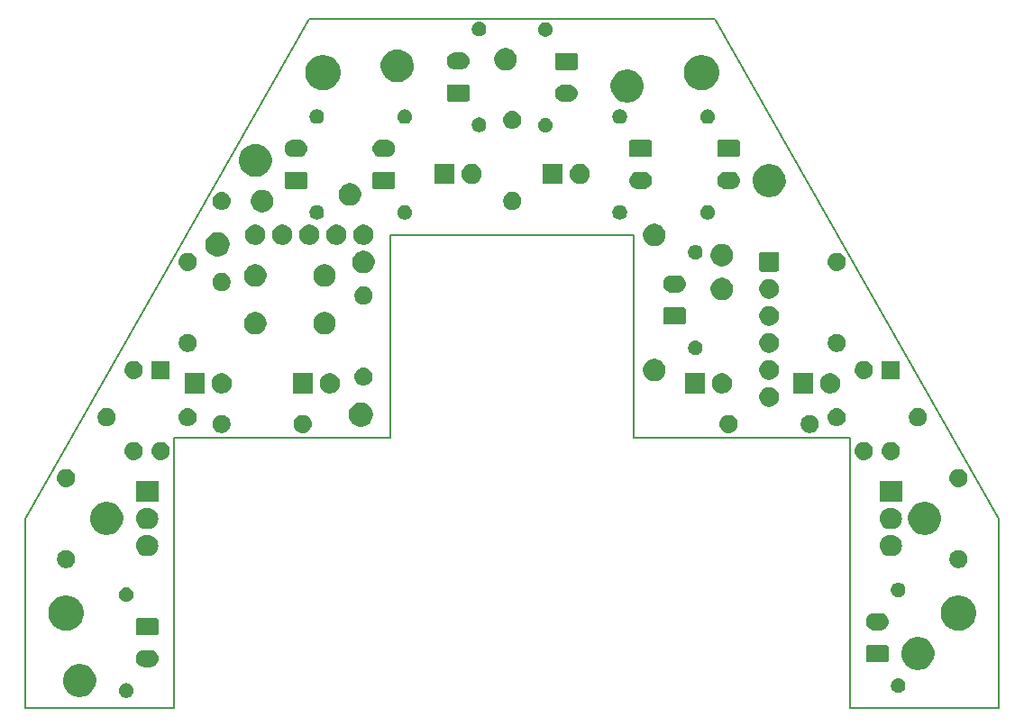
<source format=gbr>
%TF.GenerationSoftware,KiCad,Pcbnew,5.0.2-bee76a0~70~ubuntu18.04.1*%
%TF.CreationDate,2020-12-06T16:42:28+01:00*%
%TF.ProjectId,Robot-power-control,526f626f-742d-4706-9f77-65722d636f6e,rev?*%
%TF.SameCoordinates,Original*%
%TF.FileFunction,Soldermask,Bot*%
%TF.FilePolarity,Negative*%
%FSLAX46Y46*%
G04 Gerber Fmt 4.6, Leading zero omitted, Abs format (unit mm)*
G04 Created by KiCad (PCBNEW 5.0.2-bee76a0~70~ubuntu18.04.1) date dim. 06 déc. 2020 16:42:28 CET*
%MOMM*%
%LPD*%
G01*
G04 APERTURE LIST*
%ADD10C,0.200000*%
%ADD11C,0.150000*%
G04 APERTURE END LIST*
D10*
X88900000Y-50800000D02*
X115570000Y-97790000D01*
X115570000Y-115570000D02*
X115570000Y-97790000D01*
X101600000Y-115570000D02*
X115570000Y-115570000D01*
X101600000Y-90170000D02*
X101600000Y-115570000D01*
X81280000Y-90170000D02*
X101600000Y-90170000D01*
X81280000Y-71120000D02*
X81280000Y-90170000D01*
X58420000Y-71120000D02*
X81280000Y-71120000D01*
X58420000Y-90170000D02*
X58420000Y-71120000D01*
X38100000Y-90170000D02*
X58420000Y-90170000D01*
X38100000Y-115570000D02*
X38100000Y-90170000D01*
X24130000Y-115570000D02*
X38100000Y-115570000D01*
X24130000Y-97790000D02*
X24130000Y-115570000D01*
X50800000Y-50800000D02*
X24130000Y-97790000D01*
X50800000Y-50800000D02*
X88900000Y-50800000D01*
D11*
G36*
X33800098Y-113290362D02*
X33924940Y-113342073D01*
X34037303Y-113417152D01*
X34132848Y-113512697D01*
X34132850Y-113512700D01*
X34132851Y-113512701D01*
X34207925Y-113625057D01*
X34207927Y-113625060D01*
X34259638Y-113749902D01*
X34286000Y-113882433D01*
X34286000Y-114017567D01*
X34259638Y-114150098D01*
X34207927Y-114274940D01*
X34132848Y-114387303D01*
X34037303Y-114482848D01*
X33924940Y-114557927D01*
X33800098Y-114609638D01*
X33667567Y-114636000D01*
X33532433Y-114636000D01*
X33399902Y-114609638D01*
X33275060Y-114557927D01*
X33162697Y-114482848D01*
X33067152Y-114387303D01*
X32992073Y-114274940D01*
X32940362Y-114150098D01*
X32914000Y-114017567D01*
X32914000Y-113882433D01*
X32940362Y-113749902D01*
X32992073Y-113625060D01*
X32992075Y-113625057D01*
X33067149Y-113512701D01*
X33067150Y-113512700D01*
X33067152Y-113512697D01*
X33162697Y-113417152D01*
X33275060Y-113342073D01*
X33399902Y-113290362D01*
X33532433Y-113264000D01*
X33667567Y-113264000D01*
X33800098Y-113290362D01*
X33800098Y-113290362D01*
G37*
G36*
X29562527Y-111518736D02*
X29662410Y-111538604D01*
X29944674Y-111655521D01*
X30198705Y-111825259D01*
X30414741Y-112041295D01*
X30584479Y-112295326D01*
X30701396Y-112577590D01*
X30701396Y-112577591D01*
X30761000Y-112877238D01*
X30761000Y-113182762D01*
X30729311Y-113342073D01*
X30701396Y-113482410D01*
X30584479Y-113764674D01*
X30414741Y-114018705D01*
X30198705Y-114234741D01*
X29944674Y-114404479D01*
X29662410Y-114521396D01*
X29562527Y-114541264D01*
X29362762Y-114581000D01*
X29057238Y-114581000D01*
X28857473Y-114541264D01*
X28757590Y-114521396D01*
X28475326Y-114404479D01*
X28221295Y-114234741D01*
X28005259Y-114018705D01*
X27835521Y-113764674D01*
X27718604Y-113482410D01*
X27690689Y-113342073D01*
X27659000Y-113182762D01*
X27659000Y-112877238D01*
X27718604Y-112577591D01*
X27718604Y-112577590D01*
X27835521Y-112295326D01*
X28005259Y-112041295D01*
X28221295Y-111825259D01*
X28475326Y-111655521D01*
X28757590Y-111538604D01*
X28857473Y-111518736D01*
X29057238Y-111479000D01*
X29362762Y-111479000D01*
X29562527Y-111518736D01*
X29562527Y-111518736D01*
G37*
G36*
X106300098Y-112830362D02*
X106424940Y-112882073D01*
X106537303Y-112957152D01*
X106632848Y-113052697D01*
X106707927Y-113165060D01*
X106759638Y-113289902D01*
X106786000Y-113422433D01*
X106786000Y-113557567D01*
X106759638Y-113690098D01*
X106707927Y-113814940D01*
X106707925Y-113814943D01*
X106662830Y-113882433D01*
X106632848Y-113927303D01*
X106537303Y-114022848D01*
X106424940Y-114097927D01*
X106300098Y-114149638D01*
X106167567Y-114176000D01*
X106032433Y-114176000D01*
X105899902Y-114149638D01*
X105775060Y-114097927D01*
X105662697Y-114022848D01*
X105567152Y-113927303D01*
X105537171Y-113882433D01*
X105492075Y-113814943D01*
X105492073Y-113814940D01*
X105440362Y-113690098D01*
X105414000Y-113557567D01*
X105414000Y-113422433D01*
X105440362Y-113289902D01*
X105492073Y-113165060D01*
X105567152Y-113052697D01*
X105662697Y-112957152D01*
X105775060Y-112882073D01*
X105899902Y-112830362D01*
X106032433Y-112804000D01*
X106167567Y-112804000D01*
X106300098Y-112830362D01*
X106300098Y-112830362D01*
G37*
G36*
X108302527Y-108978736D02*
X108402410Y-108998604D01*
X108684674Y-109115521D01*
X108938705Y-109285259D01*
X109154741Y-109501295D01*
X109324479Y-109755326D01*
X109407600Y-109956000D01*
X109441396Y-110037591D01*
X109501000Y-110337238D01*
X109501000Y-110642762D01*
X109471120Y-110792977D01*
X109441396Y-110942410D01*
X109324479Y-111224674D01*
X109154741Y-111478705D01*
X108938705Y-111694741D01*
X108684674Y-111864479D01*
X108402410Y-111981396D01*
X108302527Y-112001264D01*
X108102762Y-112041000D01*
X107797238Y-112041000D01*
X107597473Y-112001264D01*
X107497590Y-111981396D01*
X107215326Y-111864479D01*
X106961295Y-111694741D01*
X106745259Y-111478705D01*
X106575521Y-111224674D01*
X106458604Y-110942410D01*
X106428880Y-110792977D01*
X106399000Y-110642762D01*
X106399000Y-110337238D01*
X106458604Y-110037591D01*
X106492400Y-109956000D01*
X106575521Y-109755326D01*
X106745259Y-109501295D01*
X106961295Y-109285259D01*
X107215326Y-109115521D01*
X107497590Y-108998604D01*
X107597473Y-108978736D01*
X107797238Y-108939000D01*
X108102762Y-108939000D01*
X108302527Y-108978736D01*
X108302527Y-108978736D01*
G37*
G36*
X35977025Y-110160590D02*
X36128012Y-110206392D01*
X36267165Y-110280770D01*
X36389133Y-110380867D01*
X36489230Y-110502835D01*
X36563608Y-110641988D01*
X36609410Y-110792975D01*
X36624875Y-110950000D01*
X36609410Y-111107025D01*
X36563608Y-111258012D01*
X36489230Y-111397165D01*
X36389133Y-111519133D01*
X36267165Y-111619230D01*
X36128012Y-111693608D01*
X35977025Y-111739410D01*
X35859346Y-111751000D01*
X35260654Y-111751000D01*
X35142975Y-111739410D01*
X34991988Y-111693608D01*
X34852835Y-111619230D01*
X34730867Y-111519133D01*
X34630770Y-111397165D01*
X34556392Y-111258012D01*
X34510590Y-111107025D01*
X34495125Y-110950000D01*
X34510590Y-110792975D01*
X34556392Y-110641988D01*
X34630770Y-110502835D01*
X34730867Y-110380867D01*
X34852835Y-110280770D01*
X34991988Y-110206392D01*
X35142975Y-110160590D01*
X35260654Y-110149000D01*
X35859346Y-110149000D01*
X35977025Y-110160590D01*
X35977025Y-110160590D01*
G37*
G36*
X105053043Y-109693122D02*
X105087390Y-109703541D01*
X105119035Y-109720456D01*
X105146777Y-109743223D01*
X105169544Y-109770965D01*
X105186459Y-109802610D01*
X105196878Y-109836957D01*
X105201000Y-109878807D01*
X105201000Y-111101193D01*
X105196878Y-111143043D01*
X105186459Y-111177390D01*
X105169544Y-111209035D01*
X105146777Y-111236777D01*
X105119035Y-111259544D01*
X105087390Y-111276459D01*
X105053043Y-111286878D01*
X105011193Y-111291000D01*
X103268807Y-111291000D01*
X103226957Y-111286878D01*
X103192610Y-111276459D01*
X103160965Y-111259544D01*
X103133223Y-111236777D01*
X103110456Y-111209035D01*
X103093541Y-111177390D01*
X103083122Y-111143043D01*
X103079000Y-111101193D01*
X103079000Y-109878807D01*
X103083122Y-109836957D01*
X103093541Y-109802610D01*
X103110456Y-109770965D01*
X103133223Y-109743223D01*
X103160965Y-109720456D01*
X103192610Y-109703541D01*
X103226957Y-109693122D01*
X103268807Y-109689000D01*
X105011193Y-109689000D01*
X105053043Y-109693122D01*
X105053043Y-109693122D01*
G37*
G36*
X36473043Y-107153122D02*
X36507390Y-107163541D01*
X36539035Y-107180456D01*
X36566777Y-107203223D01*
X36589544Y-107230965D01*
X36606459Y-107262610D01*
X36616878Y-107296957D01*
X36621000Y-107338807D01*
X36621000Y-108561193D01*
X36616878Y-108603043D01*
X36606459Y-108637390D01*
X36589544Y-108669035D01*
X36566777Y-108696777D01*
X36539035Y-108719544D01*
X36507390Y-108736459D01*
X36473043Y-108746878D01*
X36431193Y-108751000D01*
X34688807Y-108751000D01*
X34646957Y-108746878D01*
X34612610Y-108736459D01*
X34580965Y-108719544D01*
X34553223Y-108696777D01*
X34530456Y-108669035D01*
X34513541Y-108637390D01*
X34503122Y-108603043D01*
X34499000Y-108561193D01*
X34499000Y-107338807D01*
X34503122Y-107296957D01*
X34513541Y-107262610D01*
X34530456Y-107230965D01*
X34553223Y-107203223D01*
X34580965Y-107180456D01*
X34612610Y-107163541D01*
X34646957Y-107153122D01*
X34688807Y-107149000D01*
X36431193Y-107149000D01*
X36473043Y-107153122D01*
X36473043Y-107153122D01*
G37*
G36*
X112135256Y-105071298D02*
X112241579Y-105092447D01*
X112542042Y-105216903D01*
X112797057Y-105387299D01*
X112812454Y-105397587D01*
X113042413Y-105627546D01*
X113042415Y-105627549D01*
X113223097Y-105897958D01*
X113347553Y-106198421D01*
X113411000Y-106517391D01*
X113411000Y-106842609D01*
X113347553Y-107161579D01*
X113274143Y-107338807D01*
X113223098Y-107462040D01*
X113042413Y-107732454D01*
X112812454Y-107962413D01*
X112812451Y-107962415D01*
X112542042Y-108143097D01*
X112241579Y-108267553D01*
X112135256Y-108288702D01*
X111922611Y-108331000D01*
X111597389Y-108331000D01*
X111384744Y-108288702D01*
X111278421Y-108267553D01*
X110977958Y-108143097D01*
X110707549Y-107962415D01*
X110707546Y-107962413D01*
X110477587Y-107732454D01*
X110296902Y-107462040D01*
X110245857Y-107338807D01*
X110172447Y-107161579D01*
X110109000Y-106842609D01*
X110109000Y-106517391D01*
X110172447Y-106198421D01*
X110296903Y-105897958D01*
X110477585Y-105627549D01*
X110477587Y-105627546D01*
X110707546Y-105397587D01*
X110722943Y-105387299D01*
X110977958Y-105216903D01*
X111278421Y-105092447D01*
X111384744Y-105071298D01*
X111597389Y-105029000D01*
X111922611Y-105029000D01*
X112135256Y-105071298D01*
X112135256Y-105071298D01*
G37*
G36*
X28315256Y-105071298D02*
X28421579Y-105092447D01*
X28722042Y-105216903D01*
X28977057Y-105387299D01*
X28992454Y-105397587D01*
X29222413Y-105627546D01*
X29222415Y-105627549D01*
X29403097Y-105897958D01*
X29527553Y-106198421D01*
X29591000Y-106517391D01*
X29591000Y-106842609D01*
X29527553Y-107161579D01*
X29454143Y-107338807D01*
X29403098Y-107462040D01*
X29222413Y-107732454D01*
X28992454Y-107962413D01*
X28992451Y-107962415D01*
X28722042Y-108143097D01*
X28421579Y-108267553D01*
X28315256Y-108288702D01*
X28102611Y-108331000D01*
X27777389Y-108331000D01*
X27564744Y-108288702D01*
X27458421Y-108267553D01*
X27157958Y-108143097D01*
X26887549Y-107962415D01*
X26887546Y-107962413D01*
X26657587Y-107732454D01*
X26476902Y-107462040D01*
X26425857Y-107338807D01*
X26352447Y-107161579D01*
X26289000Y-106842609D01*
X26289000Y-106517391D01*
X26352447Y-106198421D01*
X26476903Y-105897958D01*
X26657585Y-105627549D01*
X26657587Y-105627546D01*
X26887546Y-105397587D01*
X26902943Y-105387299D01*
X27157958Y-105216903D01*
X27458421Y-105092447D01*
X27564744Y-105071298D01*
X27777389Y-105029000D01*
X28102611Y-105029000D01*
X28315256Y-105071298D01*
X28315256Y-105071298D01*
G37*
G36*
X104557025Y-106700590D02*
X104708012Y-106746392D01*
X104847165Y-106820770D01*
X104969133Y-106920867D01*
X105069230Y-107042835D01*
X105143608Y-107181988D01*
X105189410Y-107332975D01*
X105204875Y-107490000D01*
X105189410Y-107647025D01*
X105143608Y-107798012D01*
X105069230Y-107937165D01*
X104969133Y-108059133D01*
X104847165Y-108159230D01*
X104708012Y-108233608D01*
X104557025Y-108279410D01*
X104439346Y-108291000D01*
X103840654Y-108291000D01*
X103722975Y-108279410D01*
X103571988Y-108233608D01*
X103432835Y-108159230D01*
X103310867Y-108059133D01*
X103210770Y-107937165D01*
X103136392Y-107798012D01*
X103090590Y-107647025D01*
X103075125Y-107490000D01*
X103090590Y-107332975D01*
X103136392Y-107181988D01*
X103210770Y-107042835D01*
X103310867Y-106920867D01*
X103432835Y-106820770D01*
X103571988Y-106746392D01*
X103722975Y-106700590D01*
X103840654Y-106689000D01*
X104439346Y-106689000D01*
X104557025Y-106700590D01*
X104557025Y-106700590D01*
G37*
G36*
X33800098Y-104290362D02*
X33924940Y-104342073D01*
X34037303Y-104417152D01*
X34132848Y-104512697D01*
X34132850Y-104512700D01*
X34132851Y-104512701D01*
X34207925Y-104625057D01*
X34207927Y-104625060D01*
X34259638Y-104749902D01*
X34286000Y-104882433D01*
X34286000Y-105017567D01*
X34259638Y-105150098D01*
X34207927Y-105274940D01*
X34132848Y-105387303D01*
X34037303Y-105482848D01*
X33924940Y-105557927D01*
X33800098Y-105609638D01*
X33667567Y-105636000D01*
X33532433Y-105636000D01*
X33399902Y-105609638D01*
X33275060Y-105557927D01*
X33162697Y-105482848D01*
X33067152Y-105387303D01*
X32992073Y-105274940D01*
X32940362Y-105150098D01*
X32914000Y-105017567D01*
X32914000Y-104882433D01*
X32940362Y-104749902D01*
X32992073Y-104625060D01*
X32992075Y-104625057D01*
X33067149Y-104512701D01*
X33067150Y-104512700D01*
X33067152Y-104512697D01*
X33162697Y-104417152D01*
X33275060Y-104342073D01*
X33399902Y-104290362D01*
X33532433Y-104264000D01*
X33667567Y-104264000D01*
X33800098Y-104290362D01*
X33800098Y-104290362D01*
G37*
G36*
X106300098Y-103830362D02*
X106424940Y-103882073D01*
X106537303Y-103957152D01*
X106632848Y-104052697D01*
X106707927Y-104165060D01*
X106759638Y-104289902D01*
X106786000Y-104422433D01*
X106786000Y-104557567D01*
X106759638Y-104690098D01*
X106707927Y-104814940D01*
X106707925Y-104814943D01*
X106662830Y-104882433D01*
X106632848Y-104927303D01*
X106537303Y-105022848D01*
X106424940Y-105097927D01*
X106300098Y-105149638D01*
X106167567Y-105176000D01*
X106032433Y-105176000D01*
X105899902Y-105149638D01*
X105775060Y-105097927D01*
X105662697Y-105022848D01*
X105567152Y-104927303D01*
X105537171Y-104882433D01*
X105492075Y-104814943D01*
X105492073Y-104814940D01*
X105440362Y-104690098D01*
X105414000Y-104557567D01*
X105414000Y-104422433D01*
X105440362Y-104289902D01*
X105492073Y-104165060D01*
X105567152Y-104052697D01*
X105662697Y-103957152D01*
X105775060Y-103882073D01*
X105899902Y-103830362D01*
X106032433Y-103804000D01*
X106167567Y-103804000D01*
X106300098Y-103830362D01*
X106300098Y-103830362D01*
G37*
G36*
X28188228Y-100781703D02*
X28343100Y-100845853D01*
X28482481Y-100938985D01*
X28601015Y-101057519D01*
X28694147Y-101196900D01*
X28758297Y-101351772D01*
X28791000Y-101516184D01*
X28791000Y-101683816D01*
X28758297Y-101848228D01*
X28694147Y-102003100D01*
X28601015Y-102142481D01*
X28482481Y-102261015D01*
X28343100Y-102354147D01*
X28188228Y-102418297D01*
X28023816Y-102451000D01*
X27856184Y-102451000D01*
X27691772Y-102418297D01*
X27536900Y-102354147D01*
X27397519Y-102261015D01*
X27278985Y-102142481D01*
X27185853Y-102003100D01*
X27121703Y-101848228D01*
X27089000Y-101683816D01*
X27089000Y-101516184D01*
X27121703Y-101351772D01*
X27185853Y-101196900D01*
X27278985Y-101057519D01*
X27397519Y-100938985D01*
X27536900Y-100845853D01*
X27691772Y-100781703D01*
X27856184Y-100749000D01*
X28023816Y-100749000D01*
X28188228Y-100781703D01*
X28188228Y-100781703D01*
G37*
G36*
X112008228Y-100781703D02*
X112163100Y-100845853D01*
X112302481Y-100938985D01*
X112421015Y-101057519D01*
X112514147Y-101196900D01*
X112578297Y-101351772D01*
X112611000Y-101516184D01*
X112611000Y-101683816D01*
X112578297Y-101848228D01*
X112514147Y-102003100D01*
X112421015Y-102142481D01*
X112302481Y-102261015D01*
X112163100Y-102354147D01*
X112008228Y-102418297D01*
X111843816Y-102451000D01*
X111676184Y-102451000D01*
X111511772Y-102418297D01*
X111356900Y-102354147D01*
X111217519Y-102261015D01*
X111098985Y-102142481D01*
X111005853Y-102003100D01*
X110941703Y-101848228D01*
X110909000Y-101683816D01*
X110909000Y-101516184D01*
X110941703Y-101351772D01*
X111005853Y-101196900D01*
X111098985Y-101057519D01*
X111217519Y-100938985D01*
X111356900Y-100845853D01*
X111511772Y-100781703D01*
X111676184Y-100749000D01*
X111843816Y-100749000D01*
X112008228Y-100781703D01*
X112008228Y-100781703D01*
G37*
G36*
X105565764Y-99332308D02*
X105654220Y-99341020D01*
X105843381Y-99398401D01*
X106017712Y-99491583D01*
X106170515Y-99616985D01*
X106295917Y-99769788D01*
X106389099Y-99944119D01*
X106446480Y-100133280D01*
X106465855Y-100330000D01*
X106446480Y-100526720D01*
X106389099Y-100715881D01*
X106295917Y-100890212D01*
X106170515Y-101043015D01*
X106017712Y-101168417D01*
X105843381Y-101261599D01*
X105654220Y-101318980D01*
X105565764Y-101327692D01*
X105506796Y-101333500D01*
X105313204Y-101333500D01*
X105254236Y-101327692D01*
X105165780Y-101318980D01*
X104976619Y-101261599D01*
X104802288Y-101168417D01*
X104649485Y-101043015D01*
X104524083Y-100890212D01*
X104430901Y-100715881D01*
X104373520Y-100526720D01*
X104354145Y-100330000D01*
X104373520Y-100133280D01*
X104430901Y-99944119D01*
X104524083Y-99769788D01*
X104649485Y-99616985D01*
X104802288Y-99491583D01*
X104976619Y-99398401D01*
X105165780Y-99341020D01*
X105254236Y-99332308D01*
X105313204Y-99326500D01*
X105506796Y-99326500D01*
X105565764Y-99332308D01*
X105565764Y-99332308D01*
G37*
G36*
X35715764Y-99332308D02*
X35804220Y-99341020D01*
X35993381Y-99398401D01*
X36167712Y-99491583D01*
X36320515Y-99616985D01*
X36445917Y-99769788D01*
X36539099Y-99944119D01*
X36596480Y-100133280D01*
X36615855Y-100330000D01*
X36596480Y-100526720D01*
X36539099Y-100715881D01*
X36445917Y-100890212D01*
X36320515Y-101043015D01*
X36167712Y-101168417D01*
X35993381Y-101261599D01*
X35804220Y-101318980D01*
X35715764Y-101327692D01*
X35656796Y-101333500D01*
X35463204Y-101333500D01*
X35404236Y-101327692D01*
X35315780Y-101318980D01*
X35126619Y-101261599D01*
X34952288Y-101168417D01*
X34799485Y-101043015D01*
X34674083Y-100890212D01*
X34580901Y-100715881D01*
X34523520Y-100526720D01*
X34504145Y-100330000D01*
X34523520Y-100133280D01*
X34580901Y-99944119D01*
X34674083Y-99769788D01*
X34799485Y-99616985D01*
X34952288Y-99491583D01*
X35126619Y-99398401D01*
X35315780Y-99341020D01*
X35404236Y-99332308D01*
X35463204Y-99326500D01*
X35656796Y-99326500D01*
X35715764Y-99332308D01*
X35715764Y-99332308D01*
G37*
G36*
X32102527Y-96278736D02*
X32202410Y-96298604D01*
X32484674Y-96415521D01*
X32738705Y-96585259D01*
X32954741Y-96801295D01*
X33124479Y-97055326D01*
X33241396Y-97337590D01*
X33241396Y-97337591D01*
X33301000Y-97637238D01*
X33301000Y-97942762D01*
X33292256Y-97986720D01*
X33241396Y-98242410D01*
X33124479Y-98524674D01*
X32954741Y-98778705D01*
X32738705Y-98994741D01*
X32484674Y-99164479D01*
X32202410Y-99281396D01*
X32102527Y-99301264D01*
X31902762Y-99341000D01*
X31597238Y-99341000D01*
X31397473Y-99301264D01*
X31297590Y-99281396D01*
X31015326Y-99164479D01*
X30761295Y-98994741D01*
X30545259Y-98778705D01*
X30375521Y-98524674D01*
X30258604Y-98242410D01*
X30207744Y-97986720D01*
X30199000Y-97942762D01*
X30199000Y-97637238D01*
X30258604Y-97337591D01*
X30258604Y-97337590D01*
X30375521Y-97055326D01*
X30545259Y-96801295D01*
X30761295Y-96585259D01*
X31015326Y-96415521D01*
X31297590Y-96298604D01*
X31397473Y-96278736D01*
X31597238Y-96239000D01*
X31902762Y-96239000D01*
X32102527Y-96278736D01*
X32102527Y-96278736D01*
G37*
G36*
X108937527Y-96278736D02*
X109037410Y-96298604D01*
X109319674Y-96415521D01*
X109573705Y-96585259D01*
X109789741Y-96801295D01*
X109959479Y-97055326D01*
X110076396Y-97337590D01*
X110076396Y-97337591D01*
X110136000Y-97637238D01*
X110136000Y-97942762D01*
X110127256Y-97986720D01*
X110076396Y-98242410D01*
X109959479Y-98524674D01*
X109789741Y-98778705D01*
X109573705Y-98994741D01*
X109319674Y-99164479D01*
X109037410Y-99281396D01*
X108937527Y-99301264D01*
X108737762Y-99341000D01*
X108432238Y-99341000D01*
X108232473Y-99301264D01*
X108132590Y-99281396D01*
X107850326Y-99164479D01*
X107596295Y-98994741D01*
X107380259Y-98778705D01*
X107210521Y-98524674D01*
X107093604Y-98242410D01*
X107042744Y-97986720D01*
X107034000Y-97942762D01*
X107034000Y-97637238D01*
X107093604Y-97337591D01*
X107093604Y-97337590D01*
X107210521Y-97055326D01*
X107380259Y-96801295D01*
X107596295Y-96585259D01*
X107850326Y-96415521D01*
X108132590Y-96298604D01*
X108232473Y-96278736D01*
X108432238Y-96239000D01*
X108737762Y-96239000D01*
X108937527Y-96278736D01*
X108937527Y-96278736D01*
G37*
G36*
X35715764Y-96792308D02*
X35804220Y-96801020D01*
X35993381Y-96858401D01*
X36167712Y-96951583D01*
X36320515Y-97076985D01*
X36445917Y-97229788D01*
X36539099Y-97404119D01*
X36596480Y-97593280D01*
X36615855Y-97790000D01*
X36596480Y-97986720D01*
X36539099Y-98175881D01*
X36445917Y-98350212D01*
X36320515Y-98503015D01*
X36167712Y-98628417D01*
X35993381Y-98721599D01*
X35804220Y-98778980D01*
X35715764Y-98787692D01*
X35656796Y-98793500D01*
X35463204Y-98793500D01*
X35404236Y-98787692D01*
X35315780Y-98778980D01*
X35126619Y-98721599D01*
X34952288Y-98628417D01*
X34799485Y-98503015D01*
X34674083Y-98350212D01*
X34580901Y-98175881D01*
X34523520Y-97986720D01*
X34504145Y-97790000D01*
X34523520Y-97593280D01*
X34580901Y-97404119D01*
X34674083Y-97229788D01*
X34799485Y-97076985D01*
X34952288Y-96951583D01*
X35126619Y-96858401D01*
X35315780Y-96801020D01*
X35404236Y-96792308D01*
X35463204Y-96786500D01*
X35656796Y-96786500D01*
X35715764Y-96792308D01*
X35715764Y-96792308D01*
G37*
G36*
X105565764Y-96792308D02*
X105654220Y-96801020D01*
X105843381Y-96858401D01*
X106017712Y-96951583D01*
X106170515Y-97076985D01*
X106295917Y-97229788D01*
X106389099Y-97404119D01*
X106446480Y-97593280D01*
X106465855Y-97790000D01*
X106446480Y-97986720D01*
X106389099Y-98175881D01*
X106295917Y-98350212D01*
X106170515Y-98503015D01*
X106017712Y-98628417D01*
X105843381Y-98721599D01*
X105654220Y-98778980D01*
X105565764Y-98787692D01*
X105506796Y-98793500D01*
X105313204Y-98793500D01*
X105254236Y-98787692D01*
X105165780Y-98778980D01*
X104976619Y-98721599D01*
X104802288Y-98628417D01*
X104649485Y-98503015D01*
X104524083Y-98350212D01*
X104430901Y-98175881D01*
X104373520Y-97986720D01*
X104354145Y-97790000D01*
X104373520Y-97593280D01*
X104430901Y-97404119D01*
X104524083Y-97229788D01*
X104649485Y-97076985D01*
X104802288Y-96951583D01*
X104976619Y-96858401D01*
X105165780Y-96801020D01*
X105254236Y-96792308D01*
X105313204Y-96786500D01*
X105506796Y-96786500D01*
X105565764Y-96792308D01*
X105565764Y-96792308D01*
G37*
G36*
X36611000Y-96253500D02*
X34509000Y-96253500D01*
X34509000Y-94246500D01*
X36611000Y-94246500D01*
X36611000Y-96253500D01*
X36611000Y-96253500D01*
G37*
G36*
X106461000Y-96253500D02*
X104359000Y-96253500D01*
X104359000Y-94246500D01*
X106461000Y-94246500D01*
X106461000Y-96253500D01*
X106461000Y-96253500D01*
G37*
G36*
X111926821Y-93141313D02*
X111926824Y-93141314D01*
X111926825Y-93141314D01*
X112087239Y-93189975D01*
X112087241Y-93189976D01*
X112087244Y-93189977D01*
X112235078Y-93268995D01*
X112364659Y-93375341D01*
X112471005Y-93504922D01*
X112550023Y-93652756D01*
X112598687Y-93813179D01*
X112615117Y-93980000D01*
X112598687Y-94146821D01*
X112550023Y-94307244D01*
X112471005Y-94455078D01*
X112364659Y-94584659D01*
X112235078Y-94691005D01*
X112087244Y-94770023D01*
X112087241Y-94770024D01*
X112087239Y-94770025D01*
X111926825Y-94818686D01*
X111926824Y-94818686D01*
X111926821Y-94818687D01*
X111801804Y-94831000D01*
X111718196Y-94831000D01*
X111593179Y-94818687D01*
X111593176Y-94818686D01*
X111593175Y-94818686D01*
X111432761Y-94770025D01*
X111432759Y-94770024D01*
X111432756Y-94770023D01*
X111284922Y-94691005D01*
X111155341Y-94584659D01*
X111048995Y-94455078D01*
X110969977Y-94307244D01*
X110921313Y-94146821D01*
X110904883Y-93980000D01*
X110921313Y-93813179D01*
X110969977Y-93652756D01*
X111048995Y-93504922D01*
X111155341Y-93375341D01*
X111284922Y-93268995D01*
X111432756Y-93189977D01*
X111432759Y-93189976D01*
X111432761Y-93189975D01*
X111593175Y-93141314D01*
X111593176Y-93141314D01*
X111593179Y-93141313D01*
X111718196Y-93129000D01*
X111801804Y-93129000D01*
X111926821Y-93141313D01*
X111926821Y-93141313D01*
G37*
G36*
X28106821Y-93141313D02*
X28106824Y-93141314D01*
X28106825Y-93141314D01*
X28267239Y-93189975D01*
X28267241Y-93189976D01*
X28267244Y-93189977D01*
X28415078Y-93268995D01*
X28544659Y-93375341D01*
X28651005Y-93504922D01*
X28730023Y-93652756D01*
X28778687Y-93813179D01*
X28795117Y-93980000D01*
X28778687Y-94146821D01*
X28730023Y-94307244D01*
X28651005Y-94455078D01*
X28544659Y-94584659D01*
X28415078Y-94691005D01*
X28267244Y-94770023D01*
X28267241Y-94770024D01*
X28267239Y-94770025D01*
X28106825Y-94818686D01*
X28106824Y-94818686D01*
X28106821Y-94818687D01*
X27981804Y-94831000D01*
X27898196Y-94831000D01*
X27773179Y-94818687D01*
X27773176Y-94818686D01*
X27773175Y-94818686D01*
X27612761Y-94770025D01*
X27612759Y-94770024D01*
X27612756Y-94770023D01*
X27464922Y-94691005D01*
X27335341Y-94584659D01*
X27228995Y-94455078D01*
X27149977Y-94307244D01*
X27101313Y-94146821D01*
X27084883Y-93980000D01*
X27101313Y-93813179D01*
X27149977Y-93652756D01*
X27228995Y-93504922D01*
X27335341Y-93375341D01*
X27464922Y-93268995D01*
X27612756Y-93189977D01*
X27612759Y-93189976D01*
X27612761Y-93189975D01*
X27773175Y-93141314D01*
X27773176Y-93141314D01*
X27773179Y-93141313D01*
X27898196Y-93129000D01*
X27981804Y-93129000D01*
X28106821Y-93141313D01*
X28106821Y-93141313D01*
G37*
G36*
X103036821Y-90601313D02*
X103036824Y-90601314D01*
X103036825Y-90601314D01*
X103197239Y-90649975D01*
X103197241Y-90649976D01*
X103197244Y-90649977D01*
X103345078Y-90728995D01*
X103474659Y-90835341D01*
X103581005Y-90964922D01*
X103660023Y-91112756D01*
X103708687Y-91273179D01*
X103725117Y-91440000D01*
X103708687Y-91606821D01*
X103660023Y-91767244D01*
X103581005Y-91915078D01*
X103474659Y-92044659D01*
X103345078Y-92151005D01*
X103197244Y-92230023D01*
X103197241Y-92230024D01*
X103197239Y-92230025D01*
X103036825Y-92278686D01*
X103036824Y-92278686D01*
X103036821Y-92278687D01*
X102911804Y-92291000D01*
X102828196Y-92291000D01*
X102703179Y-92278687D01*
X102703176Y-92278686D01*
X102703175Y-92278686D01*
X102542761Y-92230025D01*
X102542759Y-92230024D01*
X102542756Y-92230023D01*
X102394922Y-92151005D01*
X102265341Y-92044659D01*
X102158995Y-91915078D01*
X102079977Y-91767244D01*
X102031313Y-91606821D01*
X102014883Y-91440000D01*
X102031313Y-91273179D01*
X102079977Y-91112756D01*
X102158995Y-90964922D01*
X102265341Y-90835341D01*
X102394922Y-90728995D01*
X102542756Y-90649977D01*
X102542759Y-90649976D01*
X102542761Y-90649975D01*
X102703175Y-90601314D01*
X102703176Y-90601314D01*
X102703179Y-90601313D01*
X102828196Y-90589000D01*
X102911804Y-90589000D01*
X103036821Y-90601313D01*
X103036821Y-90601313D01*
G37*
G36*
X105576821Y-90601313D02*
X105576824Y-90601314D01*
X105576825Y-90601314D01*
X105737239Y-90649975D01*
X105737241Y-90649976D01*
X105737244Y-90649977D01*
X105885078Y-90728995D01*
X106014659Y-90835341D01*
X106121005Y-90964922D01*
X106200023Y-91112756D01*
X106248687Y-91273179D01*
X106265117Y-91440000D01*
X106248687Y-91606821D01*
X106200023Y-91767244D01*
X106121005Y-91915078D01*
X106014659Y-92044659D01*
X105885078Y-92151005D01*
X105737244Y-92230023D01*
X105737241Y-92230024D01*
X105737239Y-92230025D01*
X105576825Y-92278686D01*
X105576824Y-92278686D01*
X105576821Y-92278687D01*
X105451804Y-92291000D01*
X105368196Y-92291000D01*
X105243179Y-92278687D01*
X105243176Y-92278686D01*
X105243175Y-92278686D01*
X105082761Y-92230025D01*
X105082759Y-92230024D01*
X105082756Y-92230023D01*
X104934922Y-92151005D01*
X104805341Y-92044659D01*
X104698995Y-91915078D01*
X104619977Y-91767244D01*
X104571313Y-91606821D01*
X104554883Y-91440000D01*
X104571313Y-91273179D01*
X104619977Y-91112756D01*
X104698995Y-90964922D01*
X104805341Y-90835341D01*
X104934922Y-90728995D01*
X105082756Y-90649977D01*
X105082759Y-90649976D01*
X105082761Y-90649975D01*
X105243175Y-90601314D01*
X105243176Y-90601314D01*
X105243179Y-90601313D01*
X105368196Y-90589000D01*
X105451804Y-90589000D01*
X105576821Y-90601313D01*
X105576821Y-90601313D01*
G37*
G36*
X34456821Y-90601313D02*
X34456824Y-90601314D01*
X34456825Y-90601314D01*
X34617239Y-90649975D01*
X34617241Y-90649976D01*
X34617244Y-90649977D01*
X34765078Y-90728995D01*
X34894659Y-90835341D01*
X35001005Y-90964922D01*
X35080023Y-91112756D01*
X35128687Y-91273179D01*
X35145117Y-91440000D01*
X35128687Y-91606821D01*
X35080023Y-91767244D01*
X35001005Y-91915078D01*
X34894659Y-92044659D01*
X34765078Y-92151005D01*
X34617244Y-92230023D01*
X34617241Y-92230024D01*
X34617239Y-92230025D01*
X34456825Y-92278686D01*
X34456824Y-92278686D01*
X34456821Y-92278687D01*
X34331804Y-92291000D01*
X34248196Y-92291000D01*
X34123179Y-92278687D01*
X34123176Y-92278686D01*
X34123175Y-92278686D01*
X33962761Y-92230025D01*
X33962759Y-92230024D01*
X33962756Y-92230023D01*
X33814922Y-92151005D01*
X33685341Y-92044659D01*
X33578995Y-91915078D01*
X33499977Y-91767244D01*
X33451313Y-91606821D01*
X33434883Y-91440000D01*
X33451313Y-91273179D01*
X33499977Y-91112756D01*
X33578995Y-90964922D01*
X33685341Y-90835341D01*
X33814922Y-90728995D01*
X33962756Y-90649977D01*
X33962759Y-90649976D01*
X33962761Y-90649975D01*
X34123175Y-90601314D01*
X34123176Y-90601314D01*
X34123179Y-90601313D01*
X34248196Y-90589000D01*
X34331804Y-90589000D01*
X34456821Y-90601313D01*
X34456821Y-90601313D01*
G37*
G36*
X36996821Y-90601313D02*
X36996824Y-90601314D01*
X36996825Y-90601314D01*
X37157239Y-90649975D01*
X37157241Y-90649976D01*
X37157244Y-90649977D01*
X37305078Y-90728995D01*
X37434659Y-90835341D01*
X37541005Y-90964922D01*
X37620023Y-91112756D01*
X37668687Y-91273179D01*
X37685117Y-91440000D01*
X37668687Y-91606821D01*
X37620023Y-91767244D01*
X37541005Y-91915078D01*
X37434659Y-92044659D01*
X37305078Y-92151005D01*
X37157244Y-92230023D01*
X37157241Y-92230024D01*
X37157239Y-92230025D01*
X36996825Y-92278686D01*
X36996824Y-92278686D01*
X36996821Y-92278687D01*
X36871804Y-92291000D01*
X36788196Y-92291000D01*
X36663179Y-92278687D01*
X36663176Y-92278686D01*
X36663175Y-92278686D01*
X36502761Y-92230025D01*
X36502759Y-92230024D01*
X36502756Y-92230023D01*
X36354922Y-92151005D01*
X36225341Y-92044659D01*
X36118995Y-91915078D01*
X36039977Y-91767244D01*
X35991313Y-91606821D01*
X35974883Y-91440000D01*
X35991313Y-91273179D01*
X36039977Y-91112756D01*
X36118995Y-90964922D01*
X36225341Y-90835341D01*
X36354922Y-90728995D01*
X36502756Y-90649977D01*
X36502759Y-90649976D01*
X36502761Y-90649975D01*
X36663175Y-90601314D01*
X36663176Y-90601314D01*
X36663179Y-90601313D01*
X36788196Y-90589000D01*
X36871804Y-90589000D01*
X36996821Y-90601313D01*
X36996821Y-90601313D01*
G37*
G36*
X42793228Y-88081703D02*
X42948100Y-88145853D01*
X43087481Y-88238985D01*
X43206015Y-88357519D01*
X43299147Y-88496900D01*
X43363297Y-88651772D01*
X43396000Y-88816184D01*
X43396000Y-88983816D01*
X43363297Y-89148228D01*
X43299147Y-89303100D01*
X43206015Y-89442481D01*
X43087481Y-89561015D01*
X42948100Y-89654147D01*
X42793228Y-89718297D01*
X42628816Y-89751000D01*
X42461184Y-89751000D01*
X42296772Y-89718297D01*
X42141900Y-89654147D01*
X42002519Y-89561015D01*
X41883985Y-89442481D01*
X41790853Y-89303100D01*
X41726703Y-89148228D01*
X41694000Y-88983816D01*
X41694000Y-88816184D01*
X41726703Y-88651772D01*
X41790853Y-88496900D01*
X41883985Y-88357519D01*
X42002519Y-88238985D01*
X42141900Y-88145853D01*
X42296772Y-88081703D01*
X42461184Y-88049000D01*
X42628816Y-88049000D01*
X42793228Y-88081703D01*
X42793228Y-88081703D01*
G37*
G36*
X50331821Y-88061313D02*
X50331824Y-88061314D01*
X50331825Y-88061314D01*
X50492239Y-88109975D01*
X50492241Y-88109976D01*
X50492244Y-88109977D01*
X50640078Y-88188995D01*
X50769659Y-88295341D01*
X50876005Y-88424922D01*
X50955023Y-88572756D01*
X50955024Y-88572759D01*
X50955025Y-88572761D01*
X51003686Y-88733175D01*
X51003687Y-88733179D01*
X51020117Y-88900000D01*
X51003687Y-89066821D01*
X51003686Y-89066824D01*
X51003686Y-89066825D01*
X50978152Y-89151000D01*
X50955023Y-89227244D01*
X50876005Y-89375078D01*
X50769659Y-89504659D01*
X50640078Y-89611005D01*
X50492244Y-89690023D01*
X50492241Y-89690024D01*
X50492239Y-89690025D01*
X50331825Y-89738686D01*
X50331824Y-89738686D01*
X50331821Y-89738687D01*
X50206804Y-89751000D01*
X50123196Y-89751000D01*
X49998179Y-89738687D01*
X49998176Y-89738686D01*
X49998175Y-89738686D01*
X49837761Y-89690025D01*
X49837759Y-89690024D01*
X49837756Y-89690023D01*
X49689922Y-89611005D01*
X49560341Y-89504659D01*
X49453995Y-89375078D01*
X49374977Y-89227244D01*
X49351849Y-89151000D01*
X49326314Y-89066825D01*
X49326314Y-89066824D01*
X49326313Y-89066821D01*
X49309883Y-88900000D01*
X49326313Y-88733179D01*
X49326314Y-88733175D01*
X49374975Y-88572761D01*
X49374976Y-88572759D01*
X49374977Y-88572756D01*
X49453995Y-88424922D01*
X49560341Y-88295341D01*
X49689922Y-88188995D01*
X49837756Y-88109977D01*
X49837759Y-88109976D01*
X49837761Y-88109975D01*
X49998175Y-88061314D01*
X49998176Y-88061314D01*
X49998179Y-88061313D01*
X50123196Y-88049000D01*
X50206804Y-88049000D01*
X50331821Y-88061313D01*
X50331821Y-88061313D01*
G37*
G36*
X98038228Y-88081703D02*
X98193100Y-88145853D01*
X98332481Y-88238985D01*
X98451015Y-88357519D01*
X98544147Y-88496900D01*
X98608297Y-88651772D01*
X98641000Y-88816184D01*
X98641000Y-88983816D01*
X98608297Y-89148228D01*
X98544147Y-89303100D01*
X98451015Y-89442481D01*
X98332481Y-89561015D01*
X98193100Y-89654147D01*
X98038228Y-89718297D01*
X97873816Y-89751000D01*
X97706184Y-89751000D01*
X97541772Y-89718297D01*
X97386900Y-89654147D01*
X97247519Y-89561015D01*
X97128985Y-89442481D01*
X97035853Y-89303100D01*
X96971703Y-89148228D01*
X96939000Y-88983816D01*
X96939000Y-88816184D01*
X96971703Y-88651772D01*
X97035853Y-88496900D01*
X97128985Y-88357519D01*
X97247519Y-88238985D01*
X97386900Y-88145853D01*
X97541772Y-88081703D01*
X97706184Y-88049000D01*
X97873816Y-88049000D01*
X98038228Y-88081703D01*
X98038228Y-88081703D01*
G37*
G36*
X90336821Y-88061313D02*
X90336824Y-88061314D01*
X90336825Y-88061314D01*
X90497239Y-88109975D01*
X90497241Y-88109976D01*
X90497244Y-88109977D01*
X90645078Y-88188995D01*
X90774659Y-88295341D01*
X90881005Y-88424922D01*
X90960023Y-88572756D01*
X90960024Y-88572759D01*
X90960025Y-88572761D01*
X91008686Y-88733175D01*
X91008687Y-88733179D01*
X91025117Y-88900000D01*
X91008687Y-89066821D01*
X91008686Y-89066824D01*
X91008686Y-89066825D01*
X90983152Y-89151000D01*
X90960023Y-89227244D01*
X90881005Y-89375078D01*
X90774659Y-89504659D01*
X90645078Y-89611005D01*
X90497244Y-89690023D01*
X90497241Y-89690024D01*
X90497239Y-89690025D01*
X90336825Y-89738686D01*
X90336824Y-89738686D01*
X90336821Y-89738687D01*
X90211804Y-89751000D01*
X90128196Y-89751000D01*
X90003179Y-89738687D01*
X90003176Y-89738686D01*
X90003175Y-89738686D01*
X89842761Y-89690025D01*
X89842759Y-89690024D01*
X89842756Y-89690023D01*
X89694922Y-89611005D01*
X89565341Y-89504659D01*
X89458995Y-89375078D01*
X89379977Y-89227244D01*
X89356849Y-89151000D01*
X89331314Y-89066825D01*
X89331314Y-89066824D01*
X89331313Y-89066821D01*
X89314883Y-88900000D01*
X89331313Y-88733179D01*
X89331314Y-88733175D01*
X89379975Y-88572761D01*
X89379976Y-88572759D01*
X89379977Y-88572756D01*
X89458995Y-88424922D01*
X89565341Y-88295341D01*
X89694922Y-88188995D01*
X89842756Y-88109977D01*
X89842759Y-88109976D01*
X89842761Y-88109975D01*
X90003175Y-88061314D01*
X90003176Y-88061314D01*
X90003179Y-88061313D01*
X90128196Y-88049000D01*
X90211804Y-88049000D01*
X90336821Y-88061313D01*
X90336821Y-88061313D01*
G37*
G36*
X55957816Y-86912847D02*
X56165467Y-86998859D01*
X56352348Y-87123729D01*
X56511271Y-87282652D01*
X56636141Y-87469533D01*
X56722153Y-87677184D01*
X56766000Y-87897620D01*
X56766000Y-88122380D01*
X56722153Y-88342816D01*
X56636141Y-88550467D01*
X56511271Y-88737348D01*
X56352348Y-88896271D01*
X56165467Y-89021141D01*
X55957816Y-89107153D01*
X55737380Y-89151000D01*
X55512620Y-89151000D01*
X55292184Y-89107153D01*
X55084533Y-89021141D01*
X54897652Y-88896271D01*
X54738729Y-88737348D01*
X54613859Y-88550467D01*
X54527847Y-88342816D01*
X54484000Y-88122380D01*
X54484000Y-87897620D01*
X54527847Y-87677184D01*
X54613859Y-87469533D01*
X54738729Y-87282652D01*
X54897652Y-87123729D01*
X55084533Y-86998859D01*
X55292184Y-86912847D01*
X55512620Y-86869000D01*
X55737380Y-86869000D01*
X55957816Y-86912847D01*
X55957816Y-86912847D01*
G37*
G36*
X100496821Y-87426313D02*
X100496824Y-87426314D01*
X100496825Y-87426314D01*
X100657239Y-87474975D01*
X100657241Y-87474976D01*
X100657244Y-87474977D01*
X100805078Y-87553995D01*
X100934659Y-87660341D01*
X101041005Y-87789922D01*
X101120023Y-87937756D01*
X101120024Y-87937759D01*
X101120025Y-87937761D01*
X101168686Y-88098175D01*
X101168687Y-88098179D01*
X101185117Y-88265000D01*
X101168687Y-88431821D01*
X101168686Y-88431824D01*
X101168686Y-88431825D01*
X101125934Y-88572761D01*
X101120023Y-88592244D01*
X101041005Y-88740078D01*
X100934659Y-88869659D01*
X100805078Y-88976005D01*
X100657244Y-89055023D01*
X100657241Y-89055024D01*
X100657239Y-89055025D01*
X100496825Y-89103686D01*
X100496824Y-89103686D01*
X100496821Y-89103687D01*
X100371804Y-89116000D01*
X100288196Y-89116000D01*
X100163179Y-89103687D01*
X100163176Y-89103686D01*
X100163175Y-89103686D01*
X100002761Y-89055025D01*
X100002759Y-89055024D01*
X100002756Y-89055023D01*
X99854922Y-88976005D01*
X99725341Y-88869659D01*
X99618995Y-88740078D01*
X99539977Y-88592244D01*
X99534067Y-88572761D01*
X99491314Y-88431825D01*
X99491314Y-88431824D01*
X99491313Y-88431821D01*
X99474883Y-88265000D01*
X99491313Y-88098179D01*
X99491314Y-88098175D01*
X99539975Y-87937761D01*
X99539976Y-87937759D01*
X99539977Y-87937756D01*
X99618995Y-87789922D01*
X99725341Y-87660341D01*
X99854922Y-87553995D01*
X100002756Y-87474977D01*
X100002759Y-87474976D01*
X100002761Y-87474975D01*
X100163175Y-87426314D01*
X100163176Y-87426314D01*
X100163179Y-87426313D01*
X100288196Y-87414000D01*
X100371804Y-87414000D01*
X100496821Y-87426313D01*
X100496821Y-87426313D01*
G37*
G36*
X108198228Y-87446703D02*
X108353100Y-87510853D01*
X108492481Y-87603985D01*
X108611015Y-87722519D01*
X108704147Y-87861900D01*
X108768297Y-88016772D01*
X108801000Y-88181184D01*
X108801000Y-88348816D01*
X108768297Y-88513228D01*
X108704147Y-88668100D01*
X108611015Y-88807481D01*
X108492481Y-88926015D01*
X108353100Y-89019147D01*
X108198228Y-89083297D01*
X108033816Y-89116000D01*
X107866184Y-89116000D01*
X107701772Y-89083297D01*
X107546900Y-89019147D01*
X107407519Y-88926015D01*
X107288985Y-88807481D01*
X107195853Y-88668100D01*
X107131703Y-88513228D01*
X107099000Y-88348816D01*
X107099000Y-88181184D01*
X107131703Y-88016772D01*
X107195853Y-87861900D01*
X107288985Y-87722519D01*
X107407519Y-87603985D01*
X107546900Y-87510853D01*
X107701772Y-87446703D01*
X107866184Y-87414000D01*
X108033816Y-87414000D01*
X108198228Y-87446703D01*
X108198228Y-87446703D01*
G37*
G36*
X39536821Y-87426313D02*
X39536824Y-87426314D01*
X39536825Y-87426314D01*
X39697239Y-87474975D01*
X39697241Y-87474976D01*
X39697244Y-87474977D01*
X39845078Y-87553995D01*
X39974659Y-87660341D01*
X40081005Y-87789922D01*
X40160023Y-87937756D01*
X40160024Y-87937759D01*
X40160025Y-87937761D01*
X40208686Y-88098175D01*
X40208687Y-88098179D01*
X40225117Y-88265000D01*
X40208687Y-88431821D01*
X40208686Y-88431824D01*
X40208686Y-88431825D01*
X40165934Y-88572761D01*
X40160023Y-88592244D01*
X40081005Y-88740078D01*
X39974659Y-88869659D01*
X39845078Y-88976005D01*
X39697244Y-89055023D01*
X39697241Y-89055024D01*
X39697239Y-89055025D01*
X39536825Y-89103686D01*
X39536824Y-89103686D01*
X39536821Y-89103687D01*
X39411804Y-89116000D01*
X39328196Y-89116000D01*
X39203179Y-89103687D01*
X39203176Y-89103686D01*
X39203175Y-89103686D01*
X39042761Y-89055025D01*
X39042759Y-89055024D01*
X39042756Y-89055023D01*
X38894922Y-88976005D01*
X38765341Y-88869659D01*
X38658995Y-88740078D01*
X38579977Y-88592244D01*
X38574067Y-88572761D01*
X38531314Y-88431825D01*
X38531314Y-88431824D01*
X38531313Y-88431821D01*
X38514883Y-88265000D01*
X38531313Y-88098179D01*
X38531314Y-88098175D01*
X38579975Y-87937761D01*
X38579976Y-87937759D01*
X38579977Y-87937756D01*
X38658995Y-87789922D01*
X38765341Y-87660341D01*
X38894922Y-87553995D01*
X39042756Y-87474977D01*
X39042759Y-87474976D01*
X39042761Y-87474975D01*
X39203175Y-87426314D01*
X39203176Y-87426314D01*
X39203179Y-87426313D01*
X39328196Y-87414000D01*
X39411804Y-87414000D01*
X39536821Y-87426313D01*
X39536821Y-87426313D01*
G37*
G36*
X31998228Y-87446703D02*
X32153100Y-87510853D01*
X32292481Y-87603985D01*
X32411015Y-87722519D01*
X32504147Y-87861900D01*
X32568297Y-88016772D01*
X32601000Y-88181184D01*
X32601000Y-88348816D01*
X32568297Y-88513228D01*
X32504147Y-88668100D01*
X32411015Y-88807481D01*
X32292481Y-88926015D01*
X32153100Y-89019147D01*
X31998228Y-89083297D01*
X31833816Y-89116000D01*
X31666184Y-89116000D01*
X31501772Y-89083297D01*
X31346900Y-89019147D01*
X31207519Y-88926015D01*
X31088985Y-88807481D01*
X30995853Y-88668100D01*
X30931703Y-88513228D01*
X30899000Y-88348816D01*
X30899000Y-88181184D01*
X30931703Y-88016772D01*
X30995853Y-87861900D01*
X31088985Y-87722519D01*
X31207519Y-87603985D01*
X31346900Y-87510853D01*
X31501772Y-87446703D01*
X31666184Y-87414000D01*
X31833816Y-87414000D01*
X31998228Y-87446703D01*
X31998228Y-87446703D01*
G37*
G36*
X94248643Y-85474393D02*
X94248645Y-85474394D01*
X94248646Y-85474394D01*
X94310560Y-85500040D01*
X94416258Y-85543821D01*
X94567106Y-85644615D01*
X94695385Y-85772894D01*
X94796179Y-85923742D01*
X94865607Y-86091357D01*
X94901000Y-86269288D01*
X94901000Y-86450712D01*
X94865607Y-86628643D01*
X94796179Y-86796258D01*
X94695385Y-86947106D01*
X94567106Y-87075385D01*
X94416258Y-87176179D01*
X94310560Y-87219960D01*
X94248646Y-87245606D01*
X94248645Y-87245606D01*
X94248643Y-87245607D01*
X94070712Y-87281000D01*
X93889288Y-87281000D01*
X93711357Y-87245607D01*
X93711355Y-87245606D01*
X93711354Y-87245606D01*
X93649440Y-87219960D01*
X93543742Y-87176179D01*
X93392894Y-87075385D01*
X93264615Y-86947106D01*
X93163821Y-86796258D01*
X93094393Y-86628643D01*
X93059000Y-86450712D01*
X93059000Y-86269288D01*
X93094393Y-86091357D01*
X93163821Y-85923742D01*
X93264615Y-85772894D01*
X93392894Y-85644615D01*
X93543742Y-85543821D01*
X93649440Y-85500040D01*
X93711354Y-85474394D01*
X93711355Y-85474394D01*
X93711357Y-85474393D01*
X93889288Y-85439000D01*
X94070712Y-85439000D01*
X94248643Y-85474393D01*
X94248643Y-85474393D01*
G37*
G36*
X99972396Y-84175546D02*
X100145466Y-84247234D01*
X100301230Y-84351312D01*
X100433688Y-84483770D01*
X100537766Y-84639534D01*
X100609454Y-84812604D01*
X100646000Y-84996333D01*
X100646000Y-85183667D01*
X100609454Y-85367396D01*
X100537766Y-85540466D01*
X100433688Y-85696230D01*
X100301230Y-85828688D01*
X100145466Y-85932766D01*
X99972396Y-86004454D01*
X99788667Y-86041000D01*
X99601333Y-86041000D01*
X99417604Y-86004454D01*
X99244534Y-85932766D01*
X99088770Y-85828688D01*
X98956312Y-85696230D01*
X98852234Y-85540466D01*
X98780546Y-85367396D01*
X98744000Y-85183667D01*
X98744000Y-84996333D01*
X98780546Y-84812604D01*
X98852234Y-84639534D01*
X98956312Y-84483770D01*
X99088770Y-84351312D01*
X99244534Y-84247234D01*
X99417604Y-84175546D01*
X99601333Y-84139000D01*
X99788667Y-84139000D01*
X99972396Y-84175546D01*
X99972396Y-84175546D01*
G37*
G36*
X98106000Y-86041000D02*
X96204000Y-86041000D01*
X96204000Y-84139000D01*
X98106000Y-84139000D01*
X98106000Y-86041000D01*
X98106000Y-86041000D01*
G37*
G36*
X89812396Y-84175546D02*
X89985466Y-84247234D01*
X90141230Y-84351312D01*
X90273688Y-84483770D01*
X90377766Y-84639534D01*
X90449454Y-84812604D01*
X90486000Y-84996333D01*
X90486000Y-85183667D01*
X90449454Y-85367396D01*
X90377766Y-85540466D01*
X90273688Y-85696230D01*
X90141230Y-85828688D01*
X89985466Y-85932766D01*
X89812396Y-86004454D01*
X89628667Y-86041000D01*
X89441333Y-86041000D01*
X89257604Y-86004454D01*
X89084534Y-85932766D01*
X88928770Y-85828688D01*
X88796312Y-85696230D01*
X88692234Y-85540466D01*
X88620546Y-85367396D01*
X88584000Y-85183667D01*
X88584000Y-84996333D01*
X88620546Y-84812604D01*
X88692234Y-84639534D01*
X88796312Y-84483770D01*
X88928770Y-84351312D01*
X89084534Y-84247234D01*
X89257604Y-84175546D01*
X89441333Y-84139000D01*
X89628667Y-84139000D01*
X89812396Y-84175546D01*
X89812396Y-84175546D01*
G37*
G36*
X87946000Y-86041000D02*
X86044000Y-86041000D01*
X86044000Y-84139000D01*
X87946000Y-84139000D01*
X87946000Y-86041000D01*
X87946000Y-86041000D01*
G37*
G36*
X42822396Y-84175546D02*
X42995466Y-84247234D01*
X43151230Y-84351312D01*
X43283688Y-84483770D01*
X43387766Y-84639534D01*
X43459454Y-84812604D01*
X43496000Y-84996333D01*
X43496000Y-85183667D01*
X43459454Y-85367396D01*
X43387766Y-85540466D01*
X43283688Y-85696230D01*
X43151230Y-85828688D01*
X42995466Y-85932766D01*
X42822396Y-86004454D01*
X42638667Y-86041000D01*
X42451333Y-86041000D01*
X42267604Y-86004454D01*
X42094534Y-85932766D01*
X41938770Y-85828688D01*
X41806312Y-85696230D01*
X41702234Y-85540466D01*
X41630546Y-85367396D01*
X41594000Y-85183667D01*
X41594000Y-84996333D01*
X41630546Y-84812604D01*
X41702234Y-84639534D01*
X41806312Y-84483770D01*
X41938770Y-84351312D01*
X42094534Y-84247234D01*
X42267604Y-84175546D01*
X42451333Y-84139000D01*
X42638667Y-84139000D01*
X42822396Y-84175546D01*
X42822396Y-84175546D01*
G37*
G36*
X40956000Y-86041000D02*
X39054000Y-86041000D01*
X39054000Y-84139000D01*
X40956000Y-84139000D01*
X40956000Y-86041000D01*
X40956000Y-86041000D01*
G37*
G36*
X52982396Y-84175546D02*
X53155466Y-84247234D01*
X53311230Y-84351312D01*
X53443688Y-84483770D01*
X53547766Y-84639534D01*
X53619454Y-84812604D01*
X53656000Y-84996333D01*
X53656000Y-85183667D01*
X53619454Y-85367396D01*
X53547766Y-85540466D01*
X53443688Y-85696230D01*
X53311230Y-85828688D01*
X53155466Y-85932766D01*
X52982396Y-86004454D01*
X52798667Y-86041000D01*
X52611333Y-86041000D01*
X52427604Y-86004454D01*
X52254534Y-85932766D01*
X52098770Y-85828688D01*
X51966312Y-85696230D01*
X51862234Y-85540466D01*
X51790546Y-85367396D01*
X51754000Y-85183667D01*
X51754000Y-84996333D01*
X51790546Y-84812604D01*
X51862234Y-84639534D01*
X51966312Y-84483770D01*
X52098770Y-84351312D01*
X52254534Y-84247234D01*
X52427604Y-84175546D01*
X52611333Y-84139000D01*
X52798667Y-84139000D01*
X52982396Y-84175546D01*
X52982396Y-84175546D01*
G37*
G36*
X51116000Y-86041000D02*
X49214000Y-86041000D01*
X49214000Y-84139000D01*
X51116000Y-84139000D01*
X51116000Y-86041000D01*
X51116000Y-86041000D01*
G37*
G36*
X56046821Y-83616313D02*
X56046824Y-83616314D01*
X56046825Y-83616314D01*
X56207239Y-83664975D01*
X56207241Y-83664976D01*
X56207244Y-83664977D01*
X56355078Y-83743995D01*
X56484659Y-83850341D01*
X56591005Y-83979922D01*
X56670023Y-84127756D01*
X56670024Y-84127759D01*
X56670025Y-84127761D01*
X56706267Y-84247235D01*
X56718687Y-84288179D01*
X56735117Y-84455000D01*
X56718687Y-84621821D01*
X56718686Y-84621824D01*
X56718686Y-84621825D01*
X56679385Y-84751384D01*
X56670023Y-84782244D01*
X56591005Y-84930078D01*
X56484659Y-85059659D01*
X56355078Y-85166005D01*
X56207244Y-85245023D01*
X56207241Y-85245024D01*
X56207239Y-85245025D01*
X56046825Y-85293686D01*
X56046824Y-85293686D01*
X56046821Y-85293687D01*
X55921804Y-85306000D01*
X55838196Y-85306000D01*
X55713179Y-85293687D01*
X55713176Y-85293686D01*
X55713175Y-85293686D01*
X55552761Y-85245025D01*
X55552759Y-85245024D01*
X55552756Y-85245023D01*
X55404922Y-85166005D01*
X55275341Y-85059659D01*
X55168995Y-84930078D01*
X55089977Y-84782244D01*
X55080616Y-84751384D01*
X55041314Y-84621825D01*
X55041314Y-84621824D01*
X55041313Y-84621821D01*
X55024883Y-84455000D01*
X55041313Y-84288179D01*
X55053733Y-84247235D01*
X55089975Y-84127761D01*
X55089976Y-84127759D01*
X55089977Y-84127756D01*
X55168995Y-83979922D01*
X55275341Y-83850341D01*
X55404922Y-83743995D01*
X55552756Y-83664977D01*
X55552759Y-83664976D01*
X55552761Y-83664975D01*
X55713175Y-83616314D01*
X55713176Y-83616314D01*
X55713179Y-83616313D01*
X55838196Y-83604000D01*
X55921804Y-83604000D01*
X56046821Y-83616313D01*
X56046821Y-83616313D01*
G37*
G36*
X83491565Y-82809389D02*
X83682834Y-82888615D01*
X83854976Y-83003637D01*
X84001363Y-83150024D01*
X84116385Y-83322166D01*
X84195611Y-83513435D01*
X84236000Y-83716484D01*
X84236000Y-83923516D01*
X84195611Y-84126565D01*
X84116385Y-84317834D01*
X84001363Y-84489976D01*
X83854976Y-84636363D01*
X83682834Y-84751385D01*
X83491565Y-84830611D01*
X83288516Y-84871000D01*
X83081484Y-84871000D01*
X82878435Y-84830611D01*
X82687166Y-84751385D01*
X82515024Y-84636363D01*
X82368637Y-84489976D01*
X82253615Y-84317834D01*
X82174389Y-84126565D01*
X82134000Y-83923516D01*
X82134000Y-83716484D01*
X82174389Y-83513435D01*
X82253615Y-83322166D01*
X82368637Y-83150024D01*
X82515024Y-83003637D01*
X82687166Y-82888615D01*
X82878435Y-82809389D01*
X83081484Y-82769000D01*
X83288516Y-82769000D01*
X83491565Y-82809389D01*
X83491565Y-82809389D01*
G37*
G36*
X94248643Y-82934393D02*
X94248645Y-82934394D01*
X94248646Y-82934394D01*
X94310560Y-82960040D01*
X94416258Y-83003821D01*
X94567106Y-83104615D01*
X94695385Y-83232894D01*
X94796179Y-83383742D01*
X94865607Y-83551357D01*
X94901000Y-83729288D01*
X94901000Y-83910712D01*
X94865607Y-84088643D01*
X94796179Y-84256258D01*
X94695385Y-84407106D01*
X94567106Y-84535385D01*
X94416258Y-84636179D01*
X94332192Y-84671000D01*
X94248646Y-84705606D01*
X94248645Y-84705606D01*
X94248643Y-84705607D01*
X94070712Y-84741000D01*
X93889288Y-84741000D01*
X93711357Y-84705607D01*
X93711355Y-84705606D01*
X93711354Y-84705606D01*
X93627808Y-84671000D01*
X93543742Y-84636179D01*
X93392894Y-84535385D01*
X93264615Y-84407106D01*
X93163821Y-84256258D01*
X93094393Y-84088643D01*
X93059000Y-83910712D01*
X93059000Y-83729288D01*
X93094393Y-83551357D01*
X93163821Y-83383742D01*
X93264615Y-83232894D01*
X93392894Y-83104615D01*
X93543742Y-83003821D01*
X93649440Y-82960040D01*
X93711354Y-82934394D01*
X93711355Y-82934394D01*
X93711357Y-82934393D01*
X93889288Y-82899000D01*
X94070712Y-82899000D01*
X94248643Y-82934393D01*
X94248643Y-82934393D01*
G37*
G36*
X106261000Y-84671000D02*
X104559000Y-84671000D01*
X104559000Y-82969000D01*
X106261000Y-82969000D01*
X106261000Y-84671000D01*
X106261000Y-84671000D01*
G37*
G36*
X34456821Y-82981313D02*
X34456824Y-82981314D01*
X34456825Y-82981314D01*
X34617239Y-83029975D01*
X34617241Y-83029976D01*
X34617244Y-83029977D01*
X34765078Y-83108995D01*
X34894659Y-83215341D01*
X35001005Y-83344922D01*
X35080023Y-83492756D01*
X35080024Y-83492759D01*
X35080025Y-83492761D01*
X35113769Y-83604000D01*
X35128687Y-83653179D01*
X35145117Y-83820000D01*
X35128687Y-83986821D01*
X35128686Y-83986824D01*
X35128686Y-83986825D01*
X35085934Y-84127761D01*
X35080023Y-84147244D01*
X35001005Y-84295078D01*
X34894659Y-84424659D01*
X34765078Y-84531005D01*
X34617244Y-84610023D01*
X34617241Y-84610024D01*
X34617239Y-84610025D01*
X34456825Y-84658686D01*
X34456824Y-84658686D01*
X34456821Y-84658687D01*
X34331804Y-84671000D01*
X34248196Y-84671000D01*
X34123179Y-84658687D01*
X34123176Y-84658686D01*
X34123175Y-84658686D01*
X33962761Y-84610025D01*
X33962759Y-84610024D01*
X33962756Y-84610023D01*
X33814922Y-84531005D01*
X33685341Y-84424659D01*
X33578995Y-84295078D01*
X33499977Y-84147244D01*
X33494067Y-84127761D01*
X33451314Y-83986825D01*
X33451314Y-83986824D01*
X33451313Y-83986821D01*
X33434883Y-83820000D01*
X33451313Y-83653179D01*
X33466231Y-83604000D01*
X33499975Y-83492761D01*
X33499976Y-83492759D01*
X33499977Y-83492756D01*
X33578995Y-83344922D01*
X33685341Y-83215341D01*
X33814922Y-83108995D01*
X33962756Y-83029977D01*
X33962759Y-83029976D01*
X33962761Y-83029975D01*
X34123175Y-82981314D01*
X34123176Y-82981314D01*
X34123179Y-82981313D01*
X34248196Y-82969000D01*
X34331804Y-82969000D01*
X34456821Y-82981313D01*
X34456821Y-82981313D01*
G37*
G36*
X103036821Y-82981313D02*
X103036824Y-82981314D01*
X103036825Y-82981314D01*
X103197239Y-83029975D01*
X103197241Y-83029976D01*
X103197244Y-83029977D01*
X103345078Y-83108995D01*
X103474659Y-83215341D01*
X103581005Y-83344922D01*
X103660023Y-83492756D01*
X103660024Y-83492759D01*
X103660025Y-83492761D01*
X103693769Y-83604000D01*
X103708687Y-83653179D01*
X103725117Y-83820000D01*
X103708687Y-83986821D01*
X103708686Y-83986824D01*
X103708686Y-83986825D01*
X103665934Y-84127761D01*
X103660023Y-84147244D01*
X103581005Y-84295078D01*
X103474659Y-84424659D01*
X103345078Y-84531005D01*
X103197244Y-84610023D01*
X103197241Y-84610024D01*
X103197239Y-84610025D01*
X103036825Y-84658686D01*
X103036824Y-84658686D01*
X103036821Y-84658687D01*
X102911804Y-84671000D01*
X102828196Y-84671000D01*
X102703179Y-84658687D01*
X102703176Y-84658686D01*
X102703175Y-84658686D01*
X102542761Y-84610025D01*
X102542759Y-84610024D01*
X102542756Y-84610023D01*
X102394922Y-84531005D01*
X102265341Y-84424659D01*
X102158995Y-84295078D01*
X102079977Y-84147244D01*
X102074067Y-84127761D01*
X102031314Y-83986825D01*
X102031314Y-83986824D01*
X102031313Y-83986821D01*
X102014883Y-83820000D01*
X102031313Y-83653179D01*
X102046231Y-83604000D01*
X102079975Y-83492761D01*
X102079976Y-83492759D01*
X102079977Y-83492756D01*
X102158995Y-83344922D01*
X102265341Y-83215341D01*
X102394922Y-83108995D01*
X102542756Y-83029977D01*
X102542759Y-83029976D01*
X102542761Y-83029975D01*
X102703175Y-82981314D01*
X102703176Y-82981314D01*
X102703179Y-82981313D01*
X102828196Y-82969000D01*
X102911804Y-82969000D01*
X103036821Y-82981313D01*
X103036821Y-82981313D01*
G37*
G36*
X37681000Y-84671000D02*
X35979000Y-84671000D01*
X35979000Y-82969000D01*
X37681000Y-82969000D01*
X37681000Y-84671000D01*
X37681000Y-84671000D01*
G37*
G36*
X87250098Y-81080362D02*
X87374940Y-81132073D01*
X87374943Y-81132075D01*
X87470889Y-81196184D01*
X87487303Y-81207152D01*
X87582848Y-81302697D01*
X87582850Y-81302700D01*
X87582851Y-81302701D01*
X87657925Y-81415057D01*
X87657927Y-81415060D01*
X87709638Y-81539902D01*
X87736000Y-81672433D01*
X87736000Y-81807567D01*
X87709638Y-81940098D01*
X87657927Y-82064940D01*
X87657925Y-82064943D01*
X87635639Y-82098297D01*
X87582848Y-82177303D01*
X87487303Y-82272848D01*
X87374940Y-82347927D01*
X87250098Y-82399638D01*
X87117567Y-82426000D01*
X86982433Y-82426000D01*
X86849902Y-82399638D01*
X86725060Y-82347927D01*
X86612697Y-82272848D01*
X86517152Y-82177303D01*
X86464362Y-82098297D01*
X86442075Y-82064943D01*
X86442073Y-82064940D01*
X86390362Y-81940098D01*
X86364000Y-81807567D01*
X86364000Y-81672433D01*
X86390362Y-81539902D01*
X86442073Y-81415060D01*
X86442075Y-81415057D01*
X86517149Y-81302701D01*
X86517150Y-81302700D01*
X86517152Y-81302697D01*
X86612697Y-81207152D01*
X86629112Y-81196184D01*
X86725057Y-81132075D01*
X86725060Y-81132073D01*
X86849902Y-81080362D01*
X86982433Y-81054000D01*
X87117567Y-81054000D01*
X87250098Y-81080362D01*
X87250098Y-81080362D01*
G37*
G36*
X94248643Y-80394393D02*
X94248645Y-80394394D01*
X94248646Y-80394394D01*
X94310560Y-80420040D01*
X94416258Y-80463821D01*
X94567106Y-80564615D01*
X94695385Y-80692894D01*
X94796179Y-80843742D01*
X94865607Y-81011357D01*
X94901000Y-81189288D01*
X94901000Y-81370712D01*
X94865607Y-81548643D01*
X94796179Y-81716258D01*
X94695385Y-81867106D01*
X94567106Y-81995385D01*
X94416258Y-82096179D01*
X94332192Y-82131000D01*
X94248646Y-82165606D01*
X94248645Y-82165606D01*
X94248643Y-82165607D01*
X94070712Y-82201000D01*
X93889288Y-82201000D01*
X93711357Y-82165607D01*
X93711355Y-82165606D01*
X93711354Y-82165606D01*
X93627808Y-82131000D01*
X93543742Y-82096179D01*
X93392894Y-81995385D01*
X93264615Y-81867106D01*
X93163821Y-81716258D01*
X93094393Y-81548643D01*
X93059000Y-81370712D01*
X93059000Y-81189288D01*
X93094393Y-81011357D01*
X93163821Y-80843742D01*
X93264615Y-80692894D01*
X93392894Y-80564615D01*
X93543742Y-80463821D01*
X93649440Y-80420040D01*
X93711354Y-80394394D01*
X93711355Y-80394394D01*
X93711357Y-80394393D01*
X93889288Y-80359000D01*
X94070712Y-80359000D01*
X94248643Y-80394393D01*
X94248643Y-80394393D01*
G37*
G36*
X39618228Y-80461703D02*
X39773100Y-80525853D01*
X39912481Y-80618985D01*
X40031015Y-80737519D01*
X40124147Y-80876900D01*
X40188297Y-81031772D01*
X40221000Y-81196184D01*
X40221000Y-81363816D01*
X40188297Y-81528228D01*
X40124147Y-81683100D01*
X40031015Y-81822481D01*
X39912481Y-81941015D01*
X39773100Y-82034147D01*
X39618228Y-82098297D01*
X39453816Y-82131000D01*
X39286184Y-82131000D01*
X39121772Y-82098297D01*
X38966900Y-82034147D01*
X38827519Y-81941015D01*
X38708985Y-81822481D01*
X38615853Y-81683100D01*
X38551703Y-81528228D01*
X38519000Y-81363816D01*
X38519000Y-81196184D01*
X38551703Y-81031772D01*
X38615853Y-80876900D01*
X38708985Y-80737519D01*
X38827519Y-80618985D01*
X38966900Y-80525853D01*
X39121772Y-80461703D01*
X39286184Y-80429000D01*
X39453816Y-80429000D01*
X39618228Y-80461703D01*
X39618228Y-80461703D01*
G37*
G36*
X100578228Y-80461703D02*
X100733100Y-80525853D01*
X100872481Y-80618985D01*
X100991015Y-80737519D01*
X101084147Y-80876900D01*
X101148297Y-81031772D01*
X101181000Y-81196184D01*
X101181000Y-81363816D01*
X101148297Y-81528228D01*
X101084147Y-81683100D01*
X100991015Y-81822481D01*
X100872481Y-81941015D01*
X100733100Y-82034147D01*
X100578228Y-82098297D01*
X100413816Y-82131000D01*
X100246184Y-82131000D01*
X100081772Y-82098297D01*
X99926900Y-82034147D01*
X99787519Y-81941015D01*
X99668985Y-81822481D01*
X99575853Y-81683100D01*
X99511703Y-81528228D01*
X99479000Y-81363816D01*
X99479000Y-81196184D01*
X99511703Y-81031772D01*
X99575853Y-80876900D01*
X99668985Y-80737519D01*
X99787519Y-80618985D01*
X99926900Y-80525853D01*
X100081772Y-80461703D01*
X100246184Y-80429000D01*
X100413816Y-80429000D01*
X100578228Y-80461703D01*
X100578228Y-80461703D01*
G37*
G36*
X52526565Y-78419389D02*
X52717834Y-78498615D01*
X52889976Y-78613637D01*
X53036363Y-78760024D01*
X53151385Y-78932166D01*
X53230611Y-79123435D01*
X53271000Y-79326484D01*
X53271000Y-79533516D01*
X53230611Y-79736565D01*
X53151385Y-79927834D01*
X53036363Y-80099976D01*
X52889976Y-80246363D01*
X52717834Y-80361385D01*
X52526565Y-80440611D01*
X52323516Y-80481000D01*
X52116484Y-80481000D01*
X51913435Y-80440611D01*
X51722166Y-80361385D01*
X51550024Y-80246363D01*
X51403637Y-80099976D01*
X51288615Y-79927834D01*
X51209389Y-79736565D01*
X51169000Y-79533516D01*
X51169000Y-79326484D01*
X51209389Y-79123435D01*
X51288615Y-78932166D01*
X51403637Y-78760024D01*
X51550024Y-78613637D01*
X51722166Y-78498615D01*
X51913435Y-78419389D01*
X52116484Y-78379000D01*
X52323516Y-78379000D01*
X52526565Y-78419389D01*
X52526565Y-78419389D01*
G37*
G36*
X46026565Y-78419389D02*
X46217834Y-78498615D01*
X46389976Y-78613637D01*
X46536363Y-78760024D01*
X46651385Y-78932166D01*
X46730611Y-79123435D01*
X46771000Y-79326484D01*
X46771000Y-79533516D01*
X46730611Y-79736565D01*
X46651385Y-79927834D01*
X46536363Y-80099976D01*
X46389976Y-80246363D01*
X46217834Y-80361385D01*
X46026565Y-80440611D01*
X45823516Y-80481000D01*
X45616484Y-80481000D01*
X45413435Y-80440611D01*
X45222166Y-80361385D01*
X45050024Y-80246363D01*
X44903637Y-80099976D01*
X44788615Y-79927834D01*
X44709389Y-79736565D01*
X44669000Y-79533516D01*
X44669000Y-79326484D01*
X44709389Y-79123435D01*
X44788615Y-78932166D01*
X44903637Y-78760024D01*
X45050024Y-78613637D01*
X45222166Y-78498615D01*
X45413435Y-78419389D01*
X45616484Y-78379000D01*
X45823516Y-78379000D01*
X46026565Y-78419389D01*
X46026565Y-78419389D01*
G37*
G36*
X94248643Y-77854393D02*
X94248645Y-77854394D01*
X94248646Y-77854394D01*
X94310560Y-77880040D01*
X94416258Y-77923821D01*
X94567106Y-78024615D01*
X94695385Y-78152894D01*
X94796179Y-78303742D01*
X94865607Y-78471357D01*
X94901000Y-78649288D01*
X94901000Y-78830712D01*
X94865607Y-79008643D01*
X94796179Y-79176258D01*
X94695385Y-79327106D01*
X94567106Y-79455385D01*
X94416258Y-79556179D01*
X94310560Y-79599960D01*
X94248646Y-79625606D01*
X94248645Y-79625606D01*
X94248643Y-79625607D01*
X94070712Y-79661000D01*
X93889288Y-79661000D01*
X93711357Y-79625607D01*
X93711355Y-79625606D01*
X93711354Y-79625606D01*
X93649440Y-79599960D01*
X93543742Y-79556179D01*
X93392894Y-79455385D01*
X93264615Y-79327106D01*
X93163821Y-79176258D01*
X93094393Y-79008643D01*
X93059000Y-78830712D01*
X93059000Y-78649288D01*
X93094393Y-78471357D01*
X93163821Y-78303742D01*
X93264615Y-78152894D01*
X93392894Y-78024615D01*
X93543742Y-77923821D01*
X93649440Y-77880040D01*
X93711354Y-77854394D01*
X93711355Y-77854394D01*
X93711357Y-77854393D01*
X93889288Y-77819000D01*
X94070712Y-77819000D01*
X94248643Y-77854393D01*
X94248643Y-77854393D01*
G37*
G36*
X86003043Y-77943122D02*
X86037390Y-77953541D01*
X86069035Y-77970456D01*
X86096777Y-77993223D01*
X86119544Y-78020965D01*
X86136459Y-78052610D01*
X86146878Y-78086957D01*
X86151000Y-78128807D01*
X86151000Y-79351193D01*
X86146878Y-79393043D01*
X86136459Y-79427390D01*
X86119544Y-79459035D01*
X86096777Y-79486777D01*
X86069035Y-79509544D01*
X86037390Y-79526459D01*
X86003043Y-79536878D01*
X85961193Y-79541000D01*
X84218807Y-79541000D01*
X84176957Y-79536878D01*
X84142610Y-79526459D01*
X84110965Y-79509544D01*
X84083223Y-79486777D01*
X84060456Y-79459035D01*
X84043541Y-79427390D01*
X84033122Y-79393043D01*
X84029000Y-79351193D01*
X84029000Y-78128807D01*
X84033122Y-78086957D01*
X84043541Y-78052610D01*
X84060456Y-78020965D01*
X84083223Y-77993223D01*
X84110965Y-77970456D01*
X84142610Y-77953541D01*
X84176957Y-77943122D01*
X84218807Y-77939000D01*
X85961193Y-77939000D01*
X86003043Y-77943122D01*
X86003043Y-77943122D01*
G37*
G36*
X56128228Y-76016703D02*
X56283100Y-76080853D01*
X56422481Y-76173985D01*
X56541015Y-76292519D01*
X56634147Y-76431900D01*
X56698297Y-76586772D01*
X56731000Y-76751184D01*
X56731000Y-76918816D01*
X56698297Y-77083228D01*
X56634147Y-77238100D01*
X56541015Y-77377481D01*
X56422481Y-77496015D01*
X56283100Y-77589147D01*
X56128228Y-77653297D01*
X55963816Y-77686000D01*
X55796184Y-77686000D01*
X55631772Y-77653297D01*
X55476900Y-77589147D01*
X55337519Y-77496015D01*
X55218985Y-77377481D01*
X55125853Y-77238100D01*
X55061703Y-77083228D01*
X55029000Y-76918816D01*
X55029000Y-76751184D01*
X55061703Y-76586772D01*
X55125853Y-76431900D01*
X55218985Y-76292519D01*
X55337519Y-76173985D01*
X55476900Y-76080853D01*
X55631772Y-76016703D01*
X55796184Y-75984000D01*
X55963816Y-75984000D01*
X56128228Y-76016703D01*
X56128228Y-76016703D01*
G37*
G36*
X89841565Y-75189389D02*
X90032834Y-75268615D01*
X90204976Y-75383637D01*
X90351363Y-75530024D01*
X90466385Y-75702166D01*
X90545611Y-75893435D01*
X90586000Y-76096484D01*
X90586000Y-76303516D01*
X90545611Y-76506565D01*
X90466385Y-76697834D01*
X90351363Y-76869976D01*
X90204976Y-77016363D01*
X90032834Y-77131385D01*
X89841565Y-77210611D01*
X89638516Y-77251000D01*
X89431484Y-77251000D01*
X89228435Y-77210611D01*
X89037166Y-77131385D01*
X88865024Y-77016363D01*
X88718637Y-76869976D01*
X88603615Y-76697834D01*
X88524389Y-76506565D01*
X88484000Y-76303516D01*
X88484000Y-76096484D01*
X88524389Y-75893435D01*
X88603615Y-75702166D01*
X88718637Y-75530024D01*
X88865024Y-75383637D01*
X89037166Y-75268615D01*
X89228435Y-75189389D01*
X89431484Y-75149000D01*
X89638516Y-75149000D01*
X89841565Y-75189389D01*
X89841565Y-75189389D01*
G37*
G36*
X94248643Y-75314393D02*
X94248645Y-75314394D01*
X94248646Y-75314394D01*
X94310560Y-75340040D01*
X94416258Y-75383821D01*
X94567106Y-75484615D01*
X94695385Y-75612894D01*
X94796179Y-75763742D01*
X94836623Y-75861384D01*
X94851386Y-75897023D01*
X94865607Y-75931357D01*
X94901000Y-76109288D01*
X94901000Y-76290712D01*
X94872916Y-76431900D01*
X94865606Y-76468646D01*
X94849899Y-76506565D01*
X94796179Y-76636258D01*
X94695385Y-76787106D01*
X94567106Y-76915385D01*
X94416258Y-77016179D01*
X94310560Y-77059960D01*
X94248646Y-77085606D01*
X94248645Y-77085606D01*
X94248643Y-77085607D01*
X94070712Y-77121000D01*
X93889288Y-77121000D01*
X93711357Y-77085607D01*
X93711355Y-77085606D01*
X93711354Y-77085606D01*
X93649440Y-77059960D01*
X93543742Y-77016179D01*
X93392894Y-76915385D01*
X93264615Y-76787106D01*
X93163821Y-76636258D01*
X93110101Y-76506565D01*
X93094394Y-76468646D01*
X93087085Y-76431900D01*
X93059000Y-76290712D01*
X93059000Y-76109288D01*
X93094393Y-75931357D01*
X93108615Y-75897023D01*
X93123377Y-75861384D01*
X93163821Y-75763742D01*
X93264615Y-75612894D01*
X93392894Y-75484615D01*
X93543742Y-75383821D01*
X93649440Y-75340040D01*
X93711354Y-75314394D01*
X93711355Y-75314394D01*
X93711357Y-75314393D01*
X93889288Y-75279000D01*
X94070712Y-75279000D01*
X94248643Y-75314393D01*
X94248643Y-75314393D01*
G37*
G36*
X85507025Y-74950590D02*
X85658012Y-74996392D01*
X85797165Y-75070770D01*
X85919133Y-75170867D01*
X86019230Y-75292835D01*
X86093608Y-75431988D01*
X86139410Y-75582975D01*
X86154875Y-75740000D01*
X86139410Y-75897025D01*
X86093608Y-76048012D01*
X86019231Y-76187163D01*
X85919133Y-76309133D01*
X85797165Y-76409230D01*
X85658012Y-76483608D01*
X85507025Y-76529410D01*
X85389346Y-76541000D01*
X84790654Y-76541000D01*
X84672975Y-76529410D01*
X84521988Y-76483608D01*
X84382835Y-76409230D01*
X84260867Y-76309133D01*
X84160769Y-76187163D01*
X84086392Y-76048012D01*
X84040590Y-75897025D01*
X84025125Y-75740000D01*
X84040590Y-75582975D01*
X84086392Y-75431988D01*
X84160770Y-75292835D01*
X84260867Y-75170867D01*
X84382835Y-75070770D01*
X84521988Y-74996392D01*
X84672975Y-74950590D01*
X84790654Y-74939000D01*
X85389346Y-74939000D01*
X85507025Y-74950590D01*
X85507025Y-74950590D01*
G37*
G36*
X42793228Y-74746703D02*
X42948100Y-74810853D01*
X43087481Y-74903985D01*
X43206015Y-75022519D01*
X43299147Y-75161900D01*
X43363297Y-75316772D01*
X43396000Y-75481184D01*
X43396000Y-75648816D01*
X43363297Y-75813228D01*
X43299147Y-75968100D01*
X43206015Y-76107481D01*
X43087481Y-76226015D01*
X42948100Y-76319147D01*
X42793228Y-76383297D01*
X42628816Y-76416000D01*
X42461184Y-76416000D01*
X42296772Y-76383297D01*
X42141900Y-76319147D01*
X42002519Y-76226015D01*
X41883985Y-76107481D01*
X41790853Y-75968100D01*
X41726703Y-75813228D01*
X41694000Y-75648816D01*
X41694000Y-75481184D01*
X41726703Y-75316772D01*
X41790853Y-75161900D01*
X41883985Y-75022519D01*
X42002519Y-74903985D01*
X42141900Y-74810853D01*
X42296772Y-74746703D01*
X42461184Y-74714000D01*
X42628816Y-74714000D01*
X42793228Y-74746703D01*
X42793228Y-74746703D01*
G37*
G36*
X46026565Y-73919389D02*
X46217834Y-73998615D01*
X46389976Y-74113637D01*
X46536363Y-74260024D01*
X46651385Y-74432166D01*
X46730611Y-74623435D01*
X46771000Y-74826484D01*
X46771000Y-75033516D01*
X46730611Y-75236565D01*
X46651385Y-75427834D01*
X46536363Y-75599976D01*
X46389976Y-75746363D01*
X46217834Y-75861385D01*
X46026565Y-75940611D01*
X45823516Y-75981000D01*
X45616484Y-75981000D01*
X45413435Y-75940611D01*
X45222166Y-75861385D01*
X45050024Y-75746363D01*
X44903637Y-75599976D01*
X44788615Y-75427834D01*
X44709389Y-75236565D01*
X44669000Y-75033516D01*
X44669000Y-74826484D01*
X44709389Y-74623435D01*
X44788615Y-74432166D01*
X44903637Y-74260024D01*
X45050024Y-74113637D01*
X45222166Y-73998615D01*
X45413435Y-73919389D01*
X45616484Y-73879000D01*
X45823516Y-73879000D01*
X46026565Y-73919389D01*
X46026565Y-73919389D01*
G37*
G36*
X52526565Y-73919389D02*
X52717834Y-73998615D01*
X52889976Y-74113637D01*
X53036363Y-74260024D01*
X53151385Y-74432166D01*
X53230611Y-74623435D01*
X53271000Y-74826484D01*
X53271000Y-75033516D01*
X53230611Y-75236565D01*
X53151385Y-75427834D01*
X53036363Y-75599976D01*
X52889976Y-75746363D01*
X52717834Y-75861385D01*
X52526565Y-75940611D01*
X52323516Y-75981000D01*
X52116484Y-75981000D01*
X51913435Y-75940611D01*
X51722166Y-75861385D01*
X51550024Y-75746363D01*
X51403637Y-75599976D01*
X51288615Y-75427834D01*
X51209389Y-75236565D01*
X51169000Y-75033516D01*
X51169000Y-74826484D01*
X51209389Y-74623435D01*
X51288615Y-74432166D01*
X51403637Y-74260024D01*
X51550024Y-74113637D01*
X51722166Y-73998615D01*
X51913435Y-73919389D01*
X52116484Y-73879000D01*
X52323516Y-73879000D01*
X52526565Y-73919389D01*
X52526565Y-73919389D01*
G37*
G36*
X56186565Y-72649389D02*
X56377834Y-72728615D01*
X56549976Y-72843637D01*
X56696363Y-72990024D01*
X56811385Y-73162166D01*
X56890611Y-73353435D01*
X56931000Y-73556484D01*
X56931000Y-73763516D01*
X56890611Y-73966565D01*
X56811385Y-74157834D01*
X56696363Y-74329976D01*
X56549976Y-74476363D01*
X56377834Y-74591385D01*
X56186565Y-74670611D01*
X55983516Y-74711000D01*
X55776484Y-74711000D01*
X55573435Y-74670611D01*
X55382166Y-74591385D01*
X55210024Y-74476363D01*
X55063637Y-74329976D01*
X54948615Y-74157834D01*
X54869389Y-73966565D01*
X54829000Y-73763516D01*
X54829000Y-73556484D01*
X54869389Y-73353435D01*
X54948615Y-73162166D01*
X55063637Y-72990024D01*
X55210024Y-72843637D01*
X55382166Y-72728615D01*
X55573435Y-72649389D01*
X55776484Y-72609000D01*
X55983516Y-72609000D01*
X56186565Y-72649389D01*
X56186565Y-72649389D01*
G37*
G36*
X94759560Y-72742966D02*
X94792383Y-72752923D01*
X94822632Y-72769092D01*
X94849148Y-72790852D01*
X94870908Y-72817368D01*
X94887077Y-72847617D01*
X94897034Y-72880440D01*
X94901000Y-72920712D01*
X94901000Y-74399288D01*
X94897034Y-74439560D01*
X94887077Y-74472383D01*
X94870908Y-74502632D01*
X94849148Y-74529148D01*
X94822632Y-74550908D01*
X94792383Y-74567077D01*
X94759560Y-74577034D01*
X94719288Y-74581000D01*
X93240712Y-74581000D01*
X93200440Y-74577034D01*
X93167617Y-74567077D01*
X93137368Y-74550908D01*
X93110852Y-74529148D01*
X93089092Y-74502632D01*
X93072923Y-74472383D01*
X93062966Y-74439560D01*
X93059000Y-74399288D01*
X93059000Y-72920712D01*
X93062966Y-72880440D01*
X93072923Y-72847617D01*
X93089092Y-72817368D01*
X93110852Y-72790852D01*
X93137368Y-72769092D01*
X93167617Y-72752923D01*
X93200440Y-72742966D01*
X93240712Y-72739000D01*
X94719288Y-72739000D01*
X94759560Y-72742966D01*
X94759560Y-72742966D01*
G37*
G36*
X39536821Y-72821313D02*
X39536824Y-72821314D01*
X39536825Y-72821314D01*
X39697239Y-72869975D01*
X39697241Y-72869976D01*
X39697244Y-72869977D01*
X39845078Y-72948995D01*
X39974659Y-73055341D01*
X40081005Y-73184922D01*
X40160023Y-73332756D01*
X40160024Y-73332759D01*
X40160025Y-73332761D01*
X40208686Y-73493175D01*
X40208687Y-73493179D01*
X40225117Y-73660000D01*
X40208687Y-73826821D01*
X40208686Y-73826824D01*
X40208686Y-73826825D01*
X40169385Y-73956384D01*
X40160023Y-73987244D01*
X40081005Y-74135078D01*
X39974659Y-74264659D01*
X39845078Y-74371005D01*
X39697244Y-74450023D01*
X39697241Y-74450024D01*
X39697239Y-74450025D01*
X39536825Y-74498686D01*
X39536824Y-74498686D01*
X39536821Y-74498687D01*
X39411804Y-74511000D01*
X39328196Y-74511000D01*
X39203179Y-74498687D01*
X39203176Y-74498686D01*
X39203175Y-74498686D01*
X39042761Y-74450025D01*
X39042759Y-74450024D01*
X39042756Y-74450023D01*
X38894922Y-74371005D01*
X38765341Y-74264659D01*
X38658995Y-74135078D01*
X38579977Y-73987244D01*
X38570616Y-73956384D01*
X38531314Y-73826825D01*
X38531314Y-73826824D01*
X38531313Y-73826821D01*
X38514883Y-73660000D01*
X38531313Y-73493179D01*
X38531314Y-73493175D01*
X38579975Y-73332761D01*
X38579976Y-73332759D01*
X38579977Y-73332756D01*
X38658995Y-73184922D01*
X38765341Y-73055341D01*
X38894922Y-72948995D01*
X39042756Y-72869977D01*
X39042759Y-72869976D01*
X39042761Y-72869975D01*
X39203175Y-72821314D01*
X39203176Y-72821314D01*
X39203179Y-72821313D01*
X39328196Y-72809000D01*
X39411804Y-72809000D01*
X39536821Y-72821313D01*
X39536821Y-72821313D01*
G37*
G36*
X100496821Y-72821313D02*
X100496824Y-72821314D01*
X100496825Y-72821314D01*
X100657239Y-72869975D01*
X100657241Y-72869976D01*
X100657244Y-72869977D01*
X100805078Y-72948995D01*
X100934659Y-73055341D01*
X101041005Y-73184922D01*
X101120023Y-73332756D01*
X101120024Y-73332759D01*
X101120025Y-73332761D01*
X101168686Y-73493175D01*
X101168687Y-73493179D01*
X101185117Y-73660000D01*
X101168687Y-73826821D01*
X101168686Y-73826824D01*
X101168686Y-73826825D01*
X101129385Y-73956384D01*
X101120023Y-73987244D01*
X101041005Y-74135078D01*
X100934659Y-74264659D01*
X100805078Y-74371005D01*
X100657244Y-74450023D01*
X100657241Y-74450024D01*
X100657239Y-74450025D01*
X100496825Y-74498686D01*
X100496824Y-74498686D01*
X100496821Y-74498687D01*
X100371804Y-74511000D01*
X100288196Y-74511000D01*
X100163179Y-74498687D01*
X100163176Y-74498686D01*
X100163175Y-74498686D01*
X100002761Y-74450025D01*
X100002759Y-74450024D01*
X100002756Y-74450023D01*
X99854922Y-74371005D01*
X99725341Y-74264659D01*
X99618995Y-74135078D01*
X99539977Y-73987244D01*
X99530616Y-73956384D01*
X99491314Y-73826825D01*
X99491314Y-73826824D01*
X99491313Y-73826821D01*
X99474883Y-73660000D01*
X99491313Y-73493179D01*
X99491314Y-73493175D01*
X99539975Y-73332761D01*
X99539976Y-73332759D01*
X99539977Y-73332756D01*
X99618995Y-73184922D01*
X99725341Y-73055341D01*
X99854922Y-72948995D01*
X100002756Y-72869977D01*
X100002759Y-72869976D01*
X100002761Y-72869975D01*
X100163175Y-72821314D01*
X100163176Y-72821314D01*
X100163179Y-72821313D01*
X100288196Y-72809000D01*
X100371804Y-72809000D01*
X100496821Y-72821313D01*
X100496821Y-72821313D01*
G37*
G36*
X89841565Y-72014389D02*
X90032834Y-72093615D01*
X90204976Y-72208637D01*
X90351363Y-72355024D01*
X90466385Y-72527166D01*
X90545611Y-72718435D01*
X90586000Y-72921484D01*
X90586000Y-73128516D01*
X90545611Y-73331565D01*
X90466385Y-73522834D01*
X90351363Y-73694976D01*
X90204976Y-73841363D01*
X90032834Y-73956385D01*
X89841565Y-74035611D01*
X89638516Y-74076000D01*
X89431484Y-74076000D01*
X89228435Y-74035611D01*
X89037166Y-73956385D01*
X88865024Y-73841363D01*
X88718637Y-73694976D01*
X88603615Y-73522834D01*
X88524389Y-73331565D01*
X88484000Y-73128516D01*
X88484000Y-72921484D01*
X88524389Y-72718435D01*
X88603615Y-72527166D01*
X88718637Y-72355024D01*
X88865024Y-72208637D01*
X89037166Y-72093615D01*
X89228435Y-72014389D01*
X89431484Y-71974000D01*
X89638516Y-71974000D01*
X89841565Y-72014389D01*
X89841565Y-72014389D01*
G37*
G36*
X87250098Y-72080362D02*
X87374940Y-72132073D01*
X87487303Y-72207152D01*
X87582848Y-72302697D01*
X87582850Y-72302700D01*
X87582851Y-72302701D01*
X87617812Y-72355024D01*
X87657927Y-72415060D01*
X87709638Y-72539902D01*
X87736000Y-72672433D01*
X87736000Y-72807567D01*
X87709638Y-72940098D01*
X87657927Y-73064940D01*
X87657925Y-73064943D01*
X87592963Y-73162166D01*
X87582848Y-73177303D01*
X87487303Y-73272848D01*
X87374940Y-73347927D01*
X87250098Y-73399638D01*
X87117567Y-73426000D01*
X86982433Y-73426000D01*
X86849902Y-73399638D01*
X86725060Y-73347927D01*
X86612697Y-73272848D01*
X86517152Y-73177303D01*
X86507038Y-73162166D01*
X86442075Y-73064943D01*
X86442073Y-73064940D01*
X86390362Y-72940098D01*
X86364000Y-72807567D01*
X86364000Y-72672433D01*
X86390362Y-72539902D01*
X86442073Y-72415060D01*
X86482188Y-72355024D01*
X86517149Y-72302701D01*
X86517150Y-72302700D01*
X86517152Y-72302697D01*
X86612697Y-72207152D01*
X86725060Y-72132073D01*
X86849902Y-72080362D01*
X86982433Y-72054000D01*
X87117567Y-72054000D01*
X87250098Y-72080362D01*
X87250098Y-72080362D01*
G37*
G36*
X42497816Y-70912847D02*
X42705467Y-70998859D01*
X42892348Y-71123729D01*
X43051271Y-71282652D01*
X43176141Y-71469533D01*
X43262153Y-71677184D01*
X43306000Y-71897620D01*
X43306000Y-72122380D01*
X43262153Y-72342816D01*
X43176141Y-72550467D01*
X43051271Y-72737348D01*
X42892348Y-72896271D01*
X42705467Y-73021141D01*
X42497816Y-73107153D01*
X42277380Y-73151000D01*
X42052620Y-73151000D01*
X41832184Y-73107153D01*
X41624533Y-73021141D01*
X41437652Y-72896271D01*
X41278729Y-72737348D01*
X41153859Y-72550467D01*
X41067847Y-72342816D01*
X41024000Y-72122380D01*
X41024000Y-71897620D01*
X41067847Y-71677184D01*
X41153859Y-71469533D01*
X41278729Y-71282652D01*
X41437652Y-71123729D01*
X41624533Y-70998859D01*
X41832184Y-70912847D01*
X42052620Y-70869000D01*
X42277380Y-70869000D01*
X42497816Y-70912847D01*
X42497816Y-70912847D01*
G37*
G36*
X83491565Y-70109389D02*
X83682834Y-70188615D01*
X83854976Y-70303637D01*
X84001363Y-70450024D01*
X84116385Y-70622166D01*
X84195611Y-70813435D01*
X84236000Y-71016484D01*
X84236000Y-71223516D01*
X84195611Y-71426565D01*
X84116385Y-71617834D01*
X84001363Y-71789976D01*
X83854976Y-71936363D01*
X83682834Y-72051385D01*
X83491565Y-72130611D01*
X83288516Y-72171000D01*
X83081484Y-72171000D01*
X82878435Y-72130611D01*
X82687166Y-72051385D01*
X82515024Y-71936363D01*
X82368637Y-71789976D01*
X82253615Y-71617834D01*
X82174389Y-71426565D01*
X82134000Y-71223516D01*
X82134000Y-71016484D01*
X82174389Y-70813435D01*
X82253615Y-70622166D01*
X82368637Y-70450024D01*
X82515024Y-70303637D01*
X82687166Y-70188615D01*
X82878435Y-70109389D01*
X83081484Y-70069000D01*
X83288516Y-70069000D01*
X83491565Y-70109389D01*
X83491565Y-70109389D01*
G37*
G36*
X45997396Y-70205546D02*
X46170466Y-70277234D01*
X46326230Y-70381312D01*
X46458688Y-70513770D01*
X46562766Y-70669534D01*
X46634454Y-70842604D01*
X46671000Y-71026333D01*
X46671000Y-71213667D01*
X46634454Y-71397396D01*
X46562766Y-71570466D01*
X46458688Y-71726230D01*
X46326230Y-71858688D01*
X46170466Y-71962766D01*
X45997396Y-72034454D01*
X45813667Y-72071000D01*
X45626333Y-72071000D01*
X45442604Y-72034454D01*
X45269534Y-71962766D01*
X45113770Y-71858688D01*
X44981312Y-71726230D01*
X44877234Y-71570466D01*
X44805546Y-71397396D01*
X44769000Y-71213667D01*
X44769000Y-71026333D01*
X44805546Y-70842604D01*
X44877234Y-70669534D01*
X44981312Y-70513770D01*
X45113770Y-70381312D01*
X45269534Y-70277234D01*
X45442604Y-70205546D01*
X45626333Y-70169000D01*
X45813667Y-70169000D01*
X45997396Y-70205546D01*
X45997396Y-70205546D01*
G37*
G36*
X53617396Y-70205546D02*
X53790466Y-70277234D01*
X53946230Y-70381312D01*
X54078688Y-70513770D01*
X54182766Y-70669534D01*
X54254454Y-70842604D01*
X54291000Y-71026333D01*
X54291000Y-71213667D01*
X54254454Y-71397396D01*
X54182766Y-71570466D01*
X54078688Y-71726230D01*
X53946230Y-71858688D01*
X53790466Y-71962766D01*
X53617396Y-72034454D01*
X53433667Y-72071000D01*
X53246333Y-72071000D01*
X53062604Y-72034454D01*
X52889534Y-71962766D01*
X52733770Y-71858688D01*
X52601312Y-71726230D01*
X52497234Y-71570466D01*
X52425546Y-71397396D01*
X52389000Y-71213667D01*
X52389000Y-71026333D01*
X52425546Y-70842604D01*
X52497234Y-70669534D01*
X52601312Y-70513770D01*
X52733770Y-70381312D01*
X52889534Y-70277234D01*
X53062604Y-70205546D01*
X53246333Y-70169000D01*
X53433667Y-70169000D01*
X53617396Y-70205546D01*
X53617396Y-70205546D01*
G37*
G36*
X51077396Y-70205546D02*
X51250466Y-70277234D01*
X51406230Y-70381312D01*
X51538688Y-70513770D01*
X51642766Y-70669534D01*
X51714454Y-70842604D01*
X51751000Y-71026333D01*
X51751000Y-71213667D01*
X51714454Y-71397396D01*
X51642766Y-71570466D01*
X51538688Y-71726230D01*
X51406230Y-71858688D01*
X51250466Y-71962766D01*
X51077396Y-72034454D01*
X50893667Y-72071000D01*
X50706333Y-72071000D01*
X50522604Y-72034454D01*
X50349534Y-71962766D01*
X50193770Y-71858688D01*
X50061312Y-71726230D01*
X49957234Y-71570466D01*
X49885546Y-71397396D01*
X49849000Y-71213667D01*
X49849000Y-71026333D01*
X49885546Y-70842604D01*
X49957234Y-70669534D01*
X50061312Y-70513770D01*
X50193770Y-70381312D01*
X50349534Y-70277234D01*
X50522604Y-70205546D01*
X50706333Y-70169000D01*
X50893667Y-70169000D01*
X51077396Y-70205546D01*
X51077396Y-70205546D01*
G37*
G36*
X48537396Y-70205546D02*
X48710466Y-70277234D01*
X48866230Y-70381312D01*
X48998688Y-70513770D01*
X49102766Y-70669534D01*
X49174454Y-70842604D01*
X49211000Y-71026333D01*
X49211000Y-71213667D01*
X49174454Y-71397396D01*
X49102766Y-71570466D01*
X48998688Y-71726230D01*
X48866230Y-71858688D01*
X48710466Y-71962766D01*
X48537396Y-72034454D01*
X48353667Y-72071000D01*
X48166333Y-72071000D01*
X47982604Y-72034454D01*
X47809534Y-71962766D01*
X47653770Y-71858688D01*
X47521312Y-71726230D01*
X47417234Y-71570466D01*
X47345546Y-71397396D01*
X47309000Y-71213667D01*
X47309000Y-71026333D01*
X47345546Y-70842604D01*
X47417234Y-70669534D01*
X47521312Y-70513770D01*
X47653770Y-70381312D01*
X47809534Y-70277234D01*
X47982604Y-70205546D01*
X48166333Y-70169000D01*
X48353667Y-70169000D01*
X48537396Y-70205546D01*
X48537396Y-70205546D01*
G37*
G36*
X56157396Y-70205546D02*
X56330466Y-70277234D01*
X56486230Y-70381312D01*
X56618688Y-70513770D01*
X56722766Y-70669534D01*
X56794454Y-70842604D01*
X56831000Y-71026333D01*
X56831000Y-71213667D01*
X56794454Y-71397396D01*
X56722766Y-71570466D01*
X56618688Y-71726230D01*
X56486230Y-71858688D01*
X56330466Y-71962766D01*
X56157396Y-72034454D01*
X55973667Y-72071000D01*
X55786333Y-72071000D01*
X55602604Y-72034454D01*
X55429534Y-71962766D01*
X55273770Y-71858688D01*
X55141312Y-71726230D01*
X55037234Y-71570466D01*
X54965546Y-71397396D01*
X54929000Y-71213667D01*
X54929000Y-71026333D01*
X54965546Y-70842604D01*
X55037234Y-70669534D01*
X55141312Y-70513770D01*
X55273770Y-70381312D01*
X55429534Y-70277234D01*
X55602604Y-70205546D01*
X55786333Y-70169000D01*
X55973667Y-70169000D01*
X56157396Y-70205546D01*
X56157396Y-70205546D01*
G37*
G36*
X88410098Y-68347862D02*
X88534940Y-68399573D01*
X88534943Y-68399575D01*
X88599685Y-68442834D01*
X88647303Y-68474652D01*
X88742848Y-68570197D01*
X88742850Y-68570200D01*
X88742851Y-68570201D01*
X88766781Y-68606015D01*
X88817927Y-68682560D01*
X88869638Y-68807402D01*
X88896000Y-68939933D01*
X88896000Y-69075067D01*
X88869638Y-69207598D01*
X88817927Y-69332440D01*
X88742848Y-69444803D01*
X88647303Y-69540348D01*
X88534940Y-69615427D01*
X88410098Y-69667138D01*
X88277567Y-69693500D01*
X88142433Y-69693500D01*
X88009902Y-69667138D01*
X87885060Y-69615427D01*
X87772697Y-69540348D01*
X87677152Y-69444803D01*
X87602073Y-69332440D01*
X87550362Y-69207598D01*
X87524000Y-69075067D01*
X87524000Y-68939933D01*
X87550362Y-68807402D01*
X87602073Y-68682560D01*
X87653219Y-68606015D01*
X87677149Y-68570201D01*
X87677150Y-68570200D01*
X87677152Y-68570197D01*
X87772697Y-68474652D01*
X87820316Y-68442834D01*
X87885057Y-68399575D01*
X87885060Y-68399573D01*
X88009902Y-68347862D01*
X88142433Y-68321500D01*
X88277567Y-68321500D01*
X88410098Y-68347862D01*
X88410098Y-68347862D01*
G37*
G36*
X80146598Y-68347862D02*
X80271440Y-68399573D01*
X80271443Y-68399575D01*
X80336185Y-68442834D01*
X80383803Y-68474652D01*
X80479348Y-68570197D01*
X80479350Y-68570200D01*
X80479351Y-68570201D01*
X80503281Y-68606015D01*
X80554427Y-68682560D01*
X80606138Y-68807402D01*
X80632500Y-68939933D01*
X80632500Y-69075067D01*
X80606138Y-69207598D01*
X80554427Y-69332440D01*
X80479348Y-69444803D01*
X80383803Y-69540348D01*
X80271440Y-69615427D01*
X80146598Y-69667138D01*
X80014067Y-69693500D01*
X79878933Y-69693500D01*
X79746402Y-69667138D01*
X79621560Y-69615427D01*
X79509197Y-69540348D01*
X79413652Y-69444803D01*
X79338573Y-69332440D01*
X79286862Y-69207598D01*
X79260500Y-69075067D01*
X79260500Y-68939933D01*
X79286862Y-68807402D01*
X79338573Y-68682560D01*
X79389719Y-68606015D01*
X79413649Y-68570201D01*
X79413650Y-68570200D01*
X79413652Y-68570197D01*
X79509197Y-68474652D01*
X79556816Y-68442834D01*
X79621557Y-68399575D01*
X79621560Y-68399573D01*
X79746402Y-68347862D01*
X79878933Y-68321500D01*
X80014067Y-68321500D01*
X80146598Y-68347862D01*
X80146598Y-68347862D01*
G37*
G36*
X59945098Y-68347862D02*
X60069940Y-68399573D01*
X60069943Y-68399575D01*
X60134685Y-68442834D01*
X60182303Y-68474652D01*
X60277848Y-68570197D01*
X60277850Y-68570200D01*
X60277851Y-68570201D01*
X60301781Y-68606015D01*
X60352927Y-68682560D01*
X60404638Y-68807402D01*
X60431000Y-68939933D01*
X60431000Y-69075067D01*
X60404638Y-69207598D01*
X60352927Y-69332440D01*
X60277848Y-69444803D01*
X60182303Y-69540348D01*
X60069940Y-69615427D01*
X59945098Y-69667138D01*
X59812567Y-69693500D01*
X59677433Y-69693500D01*
X59544902Y-69667138D01*
X59420060Y-69615427D01*
X59307697Y-69540348D01*
X59212152Y-69444803D01*
X59137073Y-69332440D01*
X59085362Y-69207598D01*
X59059000Y-69075067D01*
X59059000Y-68939933D01*
X59085362Y-68807402D01*
X59137073Y-68682560D01*
X59188219Y-68606015D01*
X59212149Y-68570201D01*
X59212150Y-68570200D01*
X59212152Y-68570197D01*
X59307697Y-68474652D01*
X59355316Y-68442834D01*
X59420057Y-68399575D01*
X59420060Y-68399573D01*
X59544902Y-68347862D01*
X59677433Y-68321500D01*
X59812567Y-68321500D01*
X59945098Y-68347862D01*
X59945098Y-68347862D01*
G37*
G36*
X51690098Y-68347862D02*
X51814940Y-68399573D01*
X51814943Y-68399575D01*
X51879685Y-68442834D01*
X51927303Y-68474652D01*
X52022848Y-68570197D01*
X52022850Y-68570200D01*
X52022851Y-68570201D01*
X52046781Y-68606015D01*
X52097927Y-68682560D01*
X52149638Y-68807402D01*
X52176000Y-68939933D01*
X52176000Y-69075067D01*
X52149638Y-69207598D01*
X52097927Y-69332440D01*
X52022848Y-69444803D01*
X51927303Y-69540348D01*
X51814940Y-69615427D01*
X51690098Y-69667138D01*
X51557567Y-69693500D01*
X51422433Y-69693500D01*
X51289902Y-69667138D01*
X51165060Y-69615427D01*
X51052697Y-69540348D01*
X50957152Y-69444803D01*
X50882073Y-69332440D01*
X50830362Y-69207598D01*
X50804000Y-69075067D01*
X50804000Y-68939933D01*
X50830362Y-68807402D01*
X50882073Y-68682560D01*
X50933219Y-68606015D01*
X50957149Y-68570201D01*
X50957150Y-68570200D01*
X50957152Y-68570197D01*
X51052697Y-68474652D01*
X51100316Y-68442834D01*
X51165057Y-68399575D01*
X51165060Y-68399573D01*
X51289902Y-68347862D01*
X51422433Y-68321500D01*
X51557567Y-68321500D01*
X51690098Y-68347862D01*
X51690098Y-68347862D01*
G37*
G36*
X46661565Y-66934389D02*
X46852834Y-67013615D01*
X47024976Y-67128637D01*
X47171363Y-67275024D01*
X47286385Y-67447166D01*
X47365611Y-67638435D01*
X47406000Y-67841484D01*
X47406000Y-68048516D01*
X47365611Y-68251565D01*
X47286385Y-68442834D01*
X47171363Y-68614976D01*
X47024976Y-68761363D01*
X46852834Y-68876385D01*
X46661565Y-68955611D01*
X46458516Y-68996000D01*
X46251484Y-68996000D01*
X46048435Y-68955611D01*
X45857166Y-68876385D01*
X45685024Y-68761363D01*
X45538637Y-68614976D01*
X45423615Y-68442834D01*
X45344389Y-68251565D01*
X45304000Y-68048516D01*
X45304000Y-67841484D01*
X45344389Y-67638435D01*
X45423615Y-67447166D01*
X45538637Y-67275024D01*
X45685024Y-67128637D01*
X45857166Y-67013615D01*
X46048435Y-66934389D01*
X46251484Y-66894000D01*
X46458516Y-66894000D01*
X46661565Y-66934389D01*
X46661565Y-66934389D01*
G37*
G36*
X70098228Y-67126703D02*
X70253100Y-67190853D01*
X70392481Y-67283985D01*
X70511015Y-67402519D01*
X70604147Y-67541900D01*
X70668297Y-67696772D01*
X70701000Y-67861184D01*
X70701000Y-68028816D01*
X70668297Y-68193228D01*
X70604147Y-68348100D01*
X70511015Y-68487481D01*
X70392481Y-68606015D01*
X70253100Y-68699147D01*
X70098228Y-68763297D01*
X69933816Y-68796000D01*
X69766184Y-68796000D01*
X69601772Y-68763297D01*
X69446900Y-68699147D01*
X69307519Y-68606015D01*
X69188985Y-68487481D01*
X69095853Y-68348100D01*
X69031703Y-68193228D01*
X68999000Y-68028816D01*
X68999000Y-67861184D01*
X69031703Y-67696772D01*
X69095853Y-67541900D01*
X69188985Y-67402519D01*
X69307519Y-67283985D01*
X69446900Y-67190853D01*
X69601772Y-67126703D01*
X69766184Y-67094000D01*
X69933816Y-67094000D01*
X70098228Y-67126703D01*
X70098228Y-67126703D01*
G37*
G36*
X42711821Y-67106313D02*
X42711824Y-67106314D01*
X42711825Y-67106314D01*
X42872239Y-67154975D01*
X42872241Y-67154976D01*
X42872244Y-67154977D01*
X43020078Y-67233995D01*
X43149659Y-67340341D01*
X43256005Y-67469922D01*
X43335023Y-67617756D01*
X43335024Y-67617759D01*
X43335025Y-67617761D01*
X43383686Y-67778175D01*
X43383687Y-67778179D01*
X43400117Y-67945000D01*
X43383687Y-68111821D01*
X43383686Y-68111824D01*
X43383686Y-68111825D01*
X43344385Y-68241384D01*
X43335023Y-68272244D01*
X43256005Y-68420078D01*
X43149659Y-68549659D01*
X43020078Y-68656005D01*
X42872244Y-68735023D01*
X42872241Y-68735024D01*
X42872239Y-68735025D01*
X42711825Y-68783686D01*
X42711824Y-68783686D01*
X42711821Y-68783687D01*
X42586804Y-68796000D01*
X42503196Y-68796000D01*
X42378179Y-68783687D01*
X42378176Y-68783686D01*
X42378175Y-68783686D01*
X42217761Y-68735025D01*
X42217759Y-68735024D01*
X42217756Y-68735023D01*
X42069922Y-68656005D01*
X41940341Y-68549659D01*
X41833995Y-68420078D01*
X41754977Y-68272244D01*
X41745616Y-68241384D01*
X41706314Y-68111825D01*
X41706314Y-68111824D01*
X41706313Y-68111821D01*
X41689883Y-67945000D01*
X41706313Y-67778179D01*
X41706314Y-67778175D01*
X41754975Y-67617761D01*
X41754976Y-67617759D01*
X41754977Y-67617756D01*
X41833995Y-67469922D01*
X41940341Y-67340341D01*
X42069922Y-67233995D01*
X42217756Y-67154977D01*
X42217759Y-67154976D01*
X42217761Y-67154975D01*
X42378175Y-67106314D01*
X42378176Y-67106314D01*
X42378179Y-67106313D01*
X42503196Y-67094000D01*
X42586804Y-67094000D01*
X42711821Y-67106313D01*
X42711821Y-67106313D01*
G37*
G36*
X54916565Y-66299389D02*
X55107834Y-66378615D01*
X55279976Y-66493637D01*
X55426363Y-66640024D01*
X55541385Y-66812166D01*
X55620611Y-67003435D01*
X55661000Y-67206484D01*
X55661000Y-67413516D01*
X55620611Y-67616565D01*
X55541385Y-67807834D01*
X55426363Y-67979976D01*
X55279976Y-68126363D01*
X55107834Y-68241385D01*
X54916565Y-68320611D01*
X54713516Y-68361000D01*
X54506484Y-68361000D01*
X54303435Y-68320611D01*
X54112166Y-68241385D01*
X53940024Y-68126363D01*
X53793637Y-67979976D01*
X53678615Y-67807834D01*
X53599389Y-67616565D01*
X53559000Y-67413516D01*
X53559000Y-67206484D01*
X53599389Y-67003435D01*
X53678615Y-66812166D01*
X53793637Y-66640024D01*
X53940024Y-66493637D01*
X54112166Y-66378615D01*
X54303435Y-66299389D01*
X54506484Y-66259000D01*
X54713516Y-66259000D01*
X54916565Y-66299389D01*
X54916565Y-66299389D01*
G37*
G36*
X94332527Y-64528736D02*
X94432410Y-64548604D01*
X94714674Y-64665521D01*
X94968705Y-64835259D01*
X95184741Y-65051295D01*
X95354479Y-65305326D01*
X95471396Y-65587590D01*
X95471396Y-65587591D01*
X95523688Y-65850477D01*
X95531000Y-65887240D01*
X95531000Y-66192760D01*
X95471396Y-66492410D01*
X95354479Y-66774674D01*
X95184741Y-67028705D01*
X94968705Y-67244741D01*
X94714674Y-67414479D01*
X94432410Y-67531396D01*
X94332527Y-67551264D01*
X94132762Y-67591000D01*
X93827238Y-67591000D01*
X93627473Y-67551264D01*
X93527590Y-67531396D01*
X93245326Y-67414479D01*
X92991295Y-67244741D01*
X92775259Y-67028705D01*
X92605521Y-66774674D01*
X92488604Y-66492410D01*
X92429000Y-66192760D01*
X92429000Y-65887240D01*
X92436313Y-65850477D01*
X92488604Y-65587591D01*
X92488604Y-65587590D01*
X92605521Y-65305326D01*
X92775259Y-65051295D01*
X92991295Y-64835259D01*
X93245326Y-64665521D01*
X93527590Y-64548604D01*
X93627473Y-64528736D01*
X93827238Y-64489000D01*
X94132762Y-64489000D01*
X94332527Y-64528736D01*
X94332527Y-64528736D01*
G37*
G36*
X82323525Y-65218090D02*
X82474512Y-65263892D01*
X82613665Y-65338270D01*
X82735633Y-65438367D01*
X82835730Y-65560335D01*
X82910108Y-65699488D01*
X82955910Y-65850475D01*
X82971375Y-66007500D01*
X82955910Y-66164525D01*
X82910108Y-66315512D01*
X82835730Y-66454665D01*
X82735633Y-66576633D01*
X82613665Y-66676730D01*
X82474512Y-66751108D01*
X82323525Y-66796910D01*
X82205846Y-66808500D01*
X81607154Y-66808500D01*
X81489475Y-66796910D01*
X81338488Y-66751108D01*
X81199335Y-66676730D01*
X81077367Y-66576633D01*
X80977270Y-66454665D01*
X80902892Y-66315512D01*
X80857090Y-66164525D01*
X80841625Y-66007500D01*
X80857090Y-65850475D01*
X80902892Y-65699488D01*
X80977270Y-65560335D01*
X81077367Y-65438367D01*
X81199335Y-65338270D01*
X81338488Y-65263892D01*
X81489475Y-65218090D01*
X81607154Y-65206500D01*
X82205846Y-65206500D01*
X82323525Y-65218090D01*
X82323525Y-65218090D01*
G37*
G36*
X90587025Y-65218090D02*
X90738012Y-65263892D01*
X90877165Y-65338270D01*
X90999133Y-65438367D01*
X91099230Y-65560335D01*
X91173608Y-65699488D01*
X91219410Y-65850475D01*
X91234875Y-66007500D01*
X91219410Y-66164525D01*
X91173608Y-66315512D01*
X91099230Y-66454665D01*
X90999133Y-66576633D01*
X90877165Y-66676730D01*
X90738012Y-66751108D01*
X90587025Y-66796910D01*
X90469346Y-66808500D01*
X89870654Y-66808500D01*
X89752975Y-66796910D01*
X89601988Y-66751108D01*
X89462835Y-66676730D01*
X89340867Y-66576633D01*
X89240770Y-66454665D01*
X89166392Y-66315512D01*
X89120590Y-66164525D01*
X89105125Y-66007500D01*
X89120590Y-65850475D01*
X89166392Y-65699488D01*
X89240770Y-65560335D01*
X89340867Y-65438367D01*
X89462835Y-65338270D01*
X89601988Y-65263892D01*
X89752975Y-65218090D01*
X89870654Y-65206500D01*
X90469346Y-65206500D01*
X90587025Y-65218090D01*
X90587025Y-65218090D01*
G37*
G36*
X50443043Y-65210622D02*
X50477390Y-65221041D01*
X50509035Y-65237956D01*
X50536777Y-65260723D01*
X50559544Y-65288465D01*
X50576459Y-65320110D01*
X50586878Y-65354457D01*
X50591000Y-65396307D01*
X50591000Y-66618693D01*
X50586878Y-66660543D01*
X50576459Y-66694890D01*
X50559544Y-66726535D01*
X50536777Y-66754277D01*
X50509035Y-66777044D01*
X50477390Y-66793959D01*
X50443043Y-66804378D01*
X50401193Y-66808500D01*
X48658807Y-66808500D01*
X48616957Y-66804378D01*
X48582610Y-66793959D01*
X48550965Y-66777044D01*
X48523223Y-66754277D01*
X48500456Y-66726535D01*
X48483541Y-66694890D01*
X48473122Y-66660543D01*
X48469000Y-66618693D01*
X48469000Y-65396307D01*
X48473122Y-65354457D01*
X48483541Y-65320110D01*
X48500456Y-65288465D01*
X48523223Y-65260723D01*
X48550965Y-65237956D01*
X48582610Y-65221041D01*
X48616957Y-65210622D01*
X48658807Y-65206500D01*
X50401193Y-65206500D01*
X50443043Y-65210622D01*
X50443043Y-65210622D01*
G37*
G36*
X58698043Y-65210622D02*
X58732390Y-65221041D01*
X58764035Y-65237956D01*
X58791777Y-65260723D01*
X58814544Y-65288465D01*
X58831459Y-65320110D01*
X58841878Y-65354457D01*
X58846000Y-65396307D01*
X58846000Y-66618693D01*
X58841878Y-66660543D01*
X58831459Y-66694890D01*
X58814544Y-66726535D01*
X58791777Y-66754277D01*
X58764035Y-66777044D01*
X58732390Y-66793959D01*
X58698043Y-66804378D01*
X58656193Y-66808500D01*
X56913807Y-66808500D01*
X56871957Y-66804378D01*
X56837610Y-66793959D01*
X56805965Y-66777044D01*
X56778223Y-66754277D01*
X56755456Y-66726535D01*
X56738541Y-66694890D01*
X56728122Y-66660543D01*
X56724000Y-66618693D01*
X56724000Y-65396307D01*
X56728122Y-65354457D01*
X56738541Y-65320110D01*
X56755456Y-65288465D01*
X56778223Y-65260723D01*
X56805965Y-65237956D01*
X56837610Y-65221041D01*
X56871957Y-65210622D01*
X56913807Y-65206500D01*
X58656193Y-65206500D01*
X58698043Y-65210622D01*
X58698043Y-65210622D01*
G37*
G36*
X64451000Y-66356000D02*
X62549000Y-66356000D01*
X62549000Y-64454000D01*
X64451000Y-64454000D01*
X64451000Y-66356000D01*
X64451000Y-66356000D01*
G37*
G36*
X66317396Y-64490546D02*
X66490466Y-64562234D01*
X66646230Y-64666312D01*
X66778688Y-64798770D01*
X66882766Y-64954534D01*
X66954454Y-65127604D01*
X66991000Y-65311333D01*
X66991000Y-65498667D01*
X66954454Y-65682396D01*
X66882766Y-65855466D01*
X66778688Y-66011230D01*
X66646230Y-66143688D01*
X66490466Y-66247766D01*
X66317396Y-66319454D01*
X66133667Y-66356000D01*
X65946333Y-66356000D01*
X65762604Y-66319454D01*
X65589534Y-66247766D01*
X65433770Y-66143688D01*
X65301312Y-66011230D01*
X65197234Y-65855466D01*
X65125546Y-65682396D01*
X65089000Y-65498667D01*
X65089000Y-65311333D01*
X65125546Y-65127604D01*
X65197234Y-64954534D01*
X65301312Y-64798770D01*
X65433770Y-64666312D01*
X65589534Y-64562234D01*
X65762604Y-64490546D01*
X65946333Y-64454000D01*
X66133667Y-64454000D01*
X66317396Y-64490546D01*
X66317396Y-64490546D01*
G37*
G36*
X76477396Y-64490546D02*
X76650466Y-64562234D01*
X76806230Y-64666312D01*
X76938688Y-64798770D01*
X77042766Y-64954534D01*
X77114454Y-65127604D01*
X77151000Y-65311333D01*
X77151000Y-65498667D01*
X77114454Y-65682396D01*
X77042766Y-65855466D01*
X76938688Y-66011230D01*
X76806230Y-66143688D01*
X76650466Y-66247766D01*
X76477396Y-66319454D01*
X76293667Y-66356000D01*
X76106333Y-66356000D01*
X75922604Y-66319454D01*
X75749534Y-66247766D01*
X75593770Y-66143688D01*
X75461312Y-66011230D01*
X75357234Y-65855466D01*
X75285546Y-65682396D01*
X75249000Y-65498667D01*
X75249000Y-65311333D01*
X75285546Y-65127604D01*
X75357234Y-64954534D01*
X75461312Y-64798770D01*
X75593770Y-64666312D01*
X75749534Y-64562234D01*
X75922604Y-64490546D01*
X76106333Y-64454000D01*
X76293667Y-64454000D01*
X76477396Y-64490546D01*
X76477396Y-64490546D01*
G37*
G36*
X74611000Y-66356000D02*
X72709000Y-66356000D01*
X72709000Y-64454000D01*
X74611000Y-64454000D01*
X74611000Y-66356000D01*
X74611000Y-66356000D01*
G37*
G36*
X46072527Y-62623736D02*
X46172410Y-62643604D01*
X46454674Y-62760521D01*
X46708705Y-62930259D01*
X46924741Y-63146295D01*
X47094479Y-63400326D01*
X47211396Y-63682590D01*
X47271000Y-63982240D01*
X47271000Y-64287760D01*
X47211396Y-64587410D01*
X47094479Y-64869674D01*
X46924741Y-65123705D01*
X46708705Y-65339741D01*
X46454674Y-65509479D01*
X46172410Y-65626396D01*
X46072527Y-65646264D01*
X45872762Y-65686000D01*
X45567238Y-65686000D01*
X45367473Y-65646264D01*
X45267590Y-65626396D01*
X44985326Y-65509479D01*
X44731295Y-65339741D01*
X44515259Y-65123705D01*
X44345521Y-64869674D01*
X44228604Y-64587410D01*
X44169000Y-64287760D01*
X44169000Y-63982240D01*
X44228604Y-63682590D01*
X44345521Y-63400326D01*
X44515259Y-63146295D01*
X44731295Y-62930259D01*
X44985326Y-62760521D01*
X45267590Y-62643604D01*
X45367473Y-62623736D01*
X45567238Y-62584000D01*
X45872762Y-62584000D01*
X46072527Y-62623736D01*
X46072527Y-62623736D01*
G37*
G36*
X49947025Y-62218090D02*
X50098012Y-62263892D01*
X50237165Y-62338270D01*
X50359133Y-62438367D01*
X50459230Y-62560335D01*
X50533608Y-62699488D01*
X50579410Y-62850475D01*
X50594875Y-63007500D01*
X50579410Y-63164525D01*
X50533608Y-63315512D01*
X50459230Y-63454665D01*
X50359133Y-63576633D01*
X50237165Y-63676730D01*
X50098012Y-63751108D01*
X49947025Y-63796910D01*
X49829346Y-63808500D01*
X49230654Y-63808500D01*
X49112975Y-63796910D01*
X48961988Y-63751108D01*
X48822835Y-63676730D01*
X48700867Y-63576633D01*
X48600770Y-63454665D01*
X48526392Y-63315512D01*
X48480590Y-63164525D01*
X48465125Y-63007500D01*
X48480590Y-62850475D01*
X48526392Y-62699488D01*
X48600770Y-62560335D01*
X48700867Y-62438367D01*
X48822835Y-62338270D01*
X48961988Y-62263892D01*
X49112975Y-62218090D01*
X49230654Y-62206500D01*
X49829346Y-62206500D01*
X49947025Y-62218090D01*
X49947025Y-62218090D01*
G37*
G36*
X82819543Y-62210622D02*
X82853890Y-62221041D01*
X82885535Y-62237956D01*
X82913277Y-62260723D01*
X82936044Y-62288465D01*
X82952959Y-62320110D01*
X82963378Y-62354457D01*
X82967500Y-62396307D01*
X82967500Y-63618693D01*
X82963378Y-63660543D01*
X82952959Y-63694890D01*
X82936044Y-63726535D01*
X82913277Y-63754277D01*
X82885535Y-63777044D01*
X82853890Y-63793959D01*
X82819543Y-63804378D01*
X82777693Y-63808500D01*
X81035307Y-63808500D01*
X80993457Y-63804378D01*
X80959110Y-63793959D01*
X80927465Y-63777044D01*
X80899723Y-63754277D01*
X80876956Y-63726535D01*
X80860041Y-63694890D01*
X80849622Y-63660543D01*
X80845500Y-63618693D01*
X80845500Y-62396307D01*
X80849622Y-62354457D01*
X80860041Y-62320110D01*
X80876956Y-62288465D01*
X80899723Y-62260723D01*
X80927465Y-62237956D01*
X80959110Y-62221041D01*
X80993457Y-62210622D01*
X81035307Y-62206500D01*
X82777693Y-62206500D01*
X82819543Y-62210622D01*
X82819543Y-62210622D01*
G37*
G36*
X58202025Y-62218090D02*
X58353012Y-62263892D01*
X58492165Y-62338270D01*
X58614133Y-62438367D01*
X58714230Y-62560335D01*
X58788608Y-62699488D01*
X58834410Y-62850475D01*
X58849875Y-63007500D01*
X58834410Y-63164525D01*
X58788608Y-63315512D01*
X58714230Y-63454665D01*
X58614133Y-63576633D01*
X58492165Y-63676730D01*
X58353012Y-63751108D01*
X58202025Y-63796910D01*
X58084346Y-63808500D01*
X57485654Y-63808500D01*
X57367975Y-63796910D01*
X57216988Y-63751108D01*
X57077835Y-63676730D01*
X56955867Y-63576633D01*
X56855770Y-63454665D01*
X56781392Y-63315512D01*
X56735590Y-63164525D01*
X56720125Y-63007500D01*
X56735590Y-62850475D01*
X56781392Y-62699488D01*
X56855770Y-62560335D01*
X56955867Y-62438367D01*
X57077835Y-62338270D01*
X57216988Y-62263892D01*
X57367975Y-62218090D01*
X57485654Y-62206500D01*
X58084346Y-62206500D01*
X58202025Y-62218090D01*
X58202025Y-62218090D01*
G37*
G36*
X91083043Y-62210622D02*
X91117390Y-62221041D01*
X91149035Y-62237956D01*
X91176777Y-62260723D01*
X91199544Y-62288465D01*
X91216459Y-62320110D01*
X91226878Y-62354457D01*
X91231000Y-62396307D01*
X91231000Y-63618693D01*
X91226878Y-63660543D01*
X91216459Y-63694890D01*
X91199544Y-63726535D01*
X91176777Y-63754277D01*
X91149035Y-63777044D01*
X91117390Y-63793959D01*
X91083043Y-63804378D01*
X91041193Y-63808500D01*
X89298807Y-63808500D01*
X89256957Y-63804378D01*
X89222610Y-63793959D01*
X89190965Y-63777044D01*
X89163223Y-63754277D01*
X89140456Y-63726535D01*
X89123541Y-63694890D01*
X89113122Y-63660543D01*
X89109000Y-63618693D01*
X89109000Y-62396307D01*
X89113122Y-62354457D01*
X89123541Y-62320110D01*
X89140456Y-62288465D01*
X89163223Y-62260723D01*
X89190965Y-62237956D01*
X89222610Y-62221041D01*
X89256957Y-62210622D01*
X89298807Y-62206500D01*
X91041193Y-62206500D01*
X91083043Y-62210622D01*
X91083043Y-62210622D01*
G37*
G36*
X73161598Y-60156362D02*
X73286440Y-60208073D01*
X73286443Y-60208075D01*
X73352409Y-60252152D01*
X73398803Y-60283152D01*
X73494348Y-60378697D01*
X73569427Y-60491060D01*
X73621138Y-60615902D01*
X73647500Y-60748433D01*
X73647500Y-60883567D01*
X73621138Y-61016098D01*
X73569427Y-61140940D01*
X73569425Y-61140943D01*
X73515065Y-61222299D01*
X73494348Y-61253303D01*
X73398803Y-61348848D01*
X73398800Y-61348850D01*
X73398799Y-61348851D01*
X73332835Y-61392927D01*
X73286440Y-61423927D01*
X73161598Y-61475638D01*
X73029067Y-61502000D01*
X72893933Y-61502000D01*
X72761402Y-61475638D01*
X72636560Y-61423927D01*
X72590165Y-61392927D01*
X72524201Y-61348851D01*
X72524200Y-61348850D01*
X72524197Y-61348848D01*
X72428652Y-61253303D01*
X72407936Y-61222299D01*
X72353575Y-61140943D01*
X72353573Y-61140940D01*
X72301862Y-61016098D01*
X72275500Y-60883567D01*
X72275500Y-60748433D01*
X72301862Y-60615902D01*
X72353573Y-60491060D01*
X72428652Y-60378697D01*
X72524197Y-60283152D01*
X72570592Y-60252152D01*
X72636557Y-60208075D01*
X72636560Y-60208073D01*
X72761402Y-60156362D01*
X72893933Y-60130000D01*
X73029067Y-60130000D01*
X73161598Y-60156362D01*
X73161598Y-60156362D01*
G37*
G36*
X66930098Y-60125362D02*
X67054940Y-60177073D01*
X67054943Y-60177075D01*
X67101338Y-60208075D01*
X67167303Y-60252152D01*
X67262848Y-60347697D01*
X67262850Y-60347700D01*
X67262851Y-60347701D01*
X67327730Y-60444799D01*
X67337927Y-60460060D01*
X67389638Y-60584902D01*
X67416000Y-60717433D01*
X67416000Y-60852567D01*
X67389638Y-60985098D01*
X67337927Y-61109940D01*
X67262848Y-61222303D01*
X67167303Y-61317848D01*
X67167300Y-61317850D01*
X67167299Y-61317851D01*
X67120904Y-61348851D01*
X67054940Y-61392927D01*
X66930098Y-61444638D01*
X66797567Y-61471000D01*
X66662433Y-61471000D01*
X66529902Y-61444638D01*
X66405060Y-61392927D01*
X66339096Y-61348851D01*
X66292701Y-61317851D01*
X66292700Y-61317850D01*
X66292697Y-61317848D01*
X66197152Y-61222303D01*
X66122073Y-61109940D01*
X66070362Y-60985098D01*
X66044000Y-60852567D01*
X66044000Y-60717433D01*
X66070362Y-60584902D01*
X66122073Y-60460060D01*
X66132270Y-60444799D01*
X66197149Y-60347701D01*
X66197150Y-60347700D01*
X66197152Y-60347697D01*
X66292697Y-60252152D01*
X66358663Y-60208075D01*
X66405057Y-60177075D01*
X66405060Y-60177073D01*
X66529902Y-60125362D01*
X66662433Y-60099000D01*
X66797567Y-60099000D01*
X66930098Y-60125362D01*
X66930098Y-60125362D01*
G37*
G36*
X70016821Y-59486313D02*
X70016824Y-59486314D01*
X70016825Y-59486314D01*
X70177239Y-59534975D01*
X70177241Y-59534976D01*
X70177244Y-59534977D01*
X70325078Y-59613995D01*
X70454659Y-59720341D01*
X70561005Y-59849922D01*
X70640023Y-59997756D01*
X70640024Y-59997759D01*
X70640025Y-59997761D01*
X70680139Y-60130000D01*
X70688687Y-60158179D01*
X70705117Y-60325000D01*
X70688687Y-60491821D01*
X70688686Y-60491824D01*
X70688686Y-60491825D01*
X70651048Y-60615902D01*
X70640023Y-60652244D01*
X70561005Y-60800078D01*
X70454659Y-60929659D01*
X70325078Y-61036005D01*
X70177244Y-61115023D01*
X70177241Y-61115024D01*
X70177239Y-61115025D01*
X70016825Y-61163686D01*
X70016824Y-61163686D01*
X70016821Y-61163687D01*
X69891804Y-61176000D01*
X69808196Y-61176000D01*
X69683179Y-61163687D01*
X69683176Y-61163686D01*
X69683175Y-61163686D01*
X69522761Y-61115025D01*
X69522759Y-61115024D01*
X69522756Y-61115023D01*
X69374922Y-61036005D01*
X69245341Y-60929659D01*
X69138995Y-60800078D01*
X69059977Y-60652244D01*
X69048953Y-60615902D01*
X69011314Y-60491825D01*
X69011314Y-60491824D01*
X69011313Y-60491821D01*
X68994883Y-60325000D01*
X69011313Y-60158179D01*
X69019861Y-60130000D01*
X69059975Y-59997761D01*
X69059976Y-59997759D01*
X69059977Y-59997756D01*
X69138995Y-59849922D01*
X69245341Y-59720341D01*
X69374922Y-59613995D01*
X69522756Y-59534977D01*
X69522759Y-59534976D01*
X69522761Y-59534975D01*
X69683175Y-59486314D01*
X69683176Y-59486314D01*
X69683179Y-59486313D01*
X69808196Y-59474000D01*
X69891804Y-59474000D01*
X70016821Y-59486313D01*
X70016821Y-59486313D01*
G37*
G36*
X59945098Y-59347862D02*
X60069940Y-59399573D01*
X60069943Y-59399575D01*
X60181328Y-59474000D01*
X60182303Y-59474652D01*
X60277848Y-59570197D01*
X60352927Y-59682560D01*
X60404638Y-59807402D01*
X60431000Y-59939933D01*
X60431000Y-60075067D01*
X60404638Y-60207598D01*
X60352927Y-60332440D01*
X60277848Y-60444803D01*
X60182303Y-60540348D01*
X60069940Y-60615427D01*
X59945098Y-60667138D01*
X59812567Y-60693500D01*
X59677433Y-60693500D01*
X59544902Y-60667138D01*
X59420060Y-60615427D01*
X59307697Y-60540348D01*
X59212152Y-60444803D01*
X59137073Y-60332440D01*
X59085362Y-60207598D01*
X59059000Y-60075067D01*
X59059000Y-59939933D01*
X59085362Y-59807402D01*
X59137073Y-59682560D01*
X59212152Y-59570197D01*
X59307697Y-59474652D01*
X59308673Y-59474000D01*
X59420057Y-59399575D01*
X59420060Y-59399573D01*
X59544902Y-59347862D01*
X59677433Y-59321500D01*
X59812567Y-59321500D01*
X59945098Y-59347862D01*
X59945098Y-59347862D01*
G37*
G36*
X88410098Y-59347862D02*
X88534940Y-59399573D01*
X88534943Y-59399575D01*
X88646328Y-59474000D01*
X88647303Y-59474652D01*
X88742848Y-59570197D01*
X88817927Y-59682560D01*
X88869638Y-59807402D01*
X88896000Y-59939933D01*
X88896000Y-60075067D01*
X88869638Y-60207598D01*
X88817927Y-60332440D01*
X88742848Y-60444803D01*
X88647303Y-60540348D01*
X88534940Y-60615427D01*
X88410098Y-60667138D01*
X88277567Y-60693500D01*
X88142433Y-60693500D01*
X88009902Y-60667138D01*
X87885060Y-60615427D01*
X87772697Y-60540348D01*
X87677152Y-60444803D01*
X87602073Y-60332440D01*
X87550362Y-60207598D01*
X87524000Y-60075067D01*
X87524000Y-59939933D01*
X87550362Y-59807402D01*
X87602073Y-59682560D01*
X87677152Y-59570197D01*
X87772697Y-59474652D01*
X87773673Y-59474000D01*
X87885057Y-59399575D01*
X87885060Y-59399573D01*
X88009902Y-59347862D01*
X88142433Y-59321500D01*
X88277567Y-59321500D01*
X88410098Y-59347862D01*
X88410098Y-59347862D01*
G37*
G36*
X80146598Y-59347862D02*
X80271440Y-59399573D01*
X80271443Y-59399575D01*
X80382828Y-59474000D01*
X80383803Y-59474652D01*
X80479348Y-59570197D01*
X80554427Y-59682560D01*
X80606138Y-59807402D01*
X80632500Y-59939933D01*
X80632500Y-60075067D01*
X80606138Y-60207598D01*
X80554427Y-60332440D01*
X80479348Y-60444803D01*
X80383803Y-60540348D01*
X80271440Y-60615427D01*
X80146598Y-60667138D01*
X80014067Y-60693500D01*
X79878933Y-60693500D01*
X79746402Y-60667138D01*
X79621560Y-60615427D01*
X79509197Y-60540348D01*
X79413652Y-60444803D01*
X79338573Y-60332440D01*
X79286862Y-60207598D01*
X79260500Y-60075067D01*
X79260500Y-59939933D01*
X79286862Y-59807402D01*
X79338573Y-59682560D01*
X79413652Y-59570197D01*
X79509197Y-59474652D01*
X79510173Y-59474000D01*
X79621557Y-59399575D01*
X79621560Y-59399573D01*
X79746402Y-59347862D01*
X79878933Y-59321500D01*
X80014067Y-59321500D01*
X80146598Y-59347862D01*
X80146598Y-59347862D01*
G37*
G36*
X51690098Y-59347862D02*
X51814940Y-59399573D01*
X51814943Y-59399575D01*
X51926328Y-59474000D01*
X51927303Y-59474652D01*
X52022848Y-59570197D01*
X52097927Y-59682560D01*
X52149638Y-59807402D01*
X52176000Y-59939933D01*
X52176000Y-60075067D01*
X52149638Y-60207598D01*
X52097927Y-60332440D01*
X52022848Y-60444803D01*
X51927303Y-60540348D01*
X51814940Y-60615427D01*
X51690098Y-60667138D01*
X51557567Y-60693500D01*
X51422433Y-60693500D01*
X51289902Y-60667138D01*
X51165060Y-60615427D01*
X51052697Y-60540348D01*
X50957152Y-60444803D01*
X50882073Y-60332440D01*
X50830362Y-60207598D01*
X50804000Y-60075067D01*
X50804000Y-59939933D01*
X50830362Y-59807402D01*
X50882073Y-59682560D01*
X50957152Y-59570197D01*
X51052697Y-59474652D01*
X51053673Y-59474000D01*
X51165057Y-59399575D01*
X51165060Y-59399573D01*
X51289902Y-59347862D01*
X51422433Y-59321500D01*
X51557567Y-59321500D01*
X51690098Y-59347862D01*
X51690098Y-59347862D01*
G37*
G36*
X80997527Y-55638736D02*
X81097410Y-55658604D01*
X81379674Y-55775521D01*
X81633705Y-55945259D01*
X81849741Y-56161295D01*
X82019479Y-56415326D01*
X82136396Y-56697590D01*
X82136396Y-56697591D01*
X82196000Y-56997238D01*
X82196000Y-57302762D01*
X82182857Y-57368835D01*
X82136396Y-57602410D01*
X82019479Y-57884674D01*
X81849741Y-58138705D01*
X81633705Y-58354741D01*
X81379674Y-58524479D01*
X81097410Y-58641396D01*
X80997527Y-58661264D01*
X80797762Y-58701000D01*
X80492238Y-58701000D01*
X80292473Y-58661264D01*
X80192590Y-58641396D01*
X79910326Y-58524479D01*
X79656295Y-58354741D01*
X79440259Y-58138705D01*
X79270521Y-57884674D01*
X79153604Y-57602410D01*
X79107143Y-57368835D01*
X79094000Y-57302762D01*
X79094000Y-56997238D01*
X79153604Y-56697591D01*
X79153604Y-56697590D01*
X79270521Y-56415326D01*
X79440259Y-56161295D01*
X79656295Y-55945259D01*
X79910326Y-55775521D01*
X80192590Y-55658604D01*
X80292473Y-55638736D01*
X80492238Y-55599000D01*
X80797762Y-55599000D01*
X80997527Y-55638736D01*
X80997527Y-55638736D01*
G37*
G36*
X75338525Y-57026590D02*
X75489512Y-57072392D01*
X75628665Y-57146770D01*
X75750633Y-57246867D01*
X75850730Y-57368835D01*
X75925108Y-57507988D01*
X75970910Y-57658975D01*
X75986375Y-57816000D01*
X75970910Y-57973025D01*
X75925108Y-58124012D01*
X75850730Y-58263165D01*
X75750633Y-58385133D01*
X75628665Y-58485230D01*
X75489512Y-58559608D01*
X75338525Y-58605410D01*
X75220846Y-58617000D01*
X74622154Y-58617000D01*
X74504475Y-58605410D01*
X74353488Y-58559608D01*
X74214335Y-58485230D01*
X74092367Y-58385133D01*
X73992270Y-58263165D01*
X73917892Y-58124012D01*
X73872090Y-57973025D01*
X73856625Y-57816000D01*
X73872090Y-57658975D01*
X73917892Y-57507988D01*
X73992270Y-57368835D01*
X74092367Y-57246867D01*
X74214335Y-57146770D01*
X74353488Y-57072392D01*
X74504475Y-57026590D01*
X74622154Y-57015000D01*
X75220846Y-57015000D01*
X75338525Y-57026590D01*
X75338525Y-57026590D01*
G37*
G36*
X65683043Y-56988122D02*
X65717390Y-56998541D01*
X65749035Y-57015456D01*
X65776777Y-57038223D01*
X65799544Y-57065965D01*
X65816459Y-57097610D01*
X65826878Y-57131957D01*
X65831000Y-57173807D01*
X65831000Y-58396193D01*
X65826878Y-58438043D01*
X65816459Y-58472390D01*
X65799544Y-58504035D01*
X65776777Y-58531777D01*
X65749035Y-58554544D01*
X65717390Y-58571459D01*
X65683043Y-58581878D01*
X65641193Y-58586000D01*
X63898807Y-58586000D01*
X63856957Y-58581878D01*
X63822610Y-58571459D01*
X63790965Y-58554544D01*
X63763223Y-58531777D01*
X63740456Y-58504035D01*
X63723541Y-58472390D01*
X63713122Y-58438043D01*
X63709000Y-58396193D01*
X63709000Y-57173807D01*
X63713122Y-57131957D01*
X63723541Y-57097610D01*
X63740456Y-57065965D01*
X63763223Y-57038223D01*
X63790965Y-57015456D01*
X63822610Y-56998541D01*
X63856957Y-56988122D01*
X63898807Y-56984000D01*
X65641193Y-56984000D01*
X65683043Y-56988122D01*
X65683043Y-56988122D01*
G37*
G36*
X88005256Y-54271298D02*
X88111579Y-54292447D01*
X88412042Y-54416903D01*
X88501965Y-54476988D01*
X88682454Y-54597587D01*
X88912413Y-54827546D01*
X88912415Y-54827549D01*
X89093097Y-55097958D01*
X89217553Y-55398421D01*
X89238433Y-55503390D01*
X89277026Y-55697409D01*
X89281000Y-55717391D01*
X89281000Y-56042609D01*
X89217553Y-56361579D01*
X89093097Y-56662042D01*
X89069344Y-56697591D01*
X88912413Y-56932454D01*
X88682454Y-57162413D01*
X88682451Y-57162415D01*
X88412042Y-57343097D01*
X88111579Y-57467553D01*
X88005256Y-57488702D01*
X87792611Y-57531000D01*
X87467389Y-57531000D01*
X87254744Y-57488702D01*
X87148421Y-57467553D01*
X86847958Y-57343097D01*
X86577549Y-57162415D01*
X86577546Y-57162413D01*
X86347587Y-56932454D01*
X86190656Y-56697591D01*
X86166903Y-56662042D01*
X86042447Y-56361579D01*
X85979000Y-56042609D01*
X85979000Y-55717391D01*
X85982975Y-55697409D01*
X86021567Y-55503390D01*
X86042447Y-55398421D01*
X86166903Y-55097958D01*
X86347585Y-54827549D01*
X86347587Y-54827546D01*
X86577546Y-54597587D01*
X86758035Y-54476988D01*
X86847958Y-54416903D01*
X87148421Y-54292447D01*
X87254744Y-54271298D01*
X87467389Y-54229000D01*
X87792611Y-54229000D01*
X88005256Y-54271298D01*
X88005256Y-54271298D01*
G37*
G36*
X52445256Y-54271298D02*
X52551579Y-54292447D01*
X52852042Y-54416903D01*
X52941965Y-54476988D01*
X53122454Y-54597587D01*
X53352413Y-54827546D01*
X53352415Y-54827549D01*
X53533097Y-55097958D01*
X53657553Y-55398421D01*
X53678433Y-55503390D01*
X53717026Y-55697409D01*
X53721000Y-55717391D01*
X53721000Y-56042609D01*
X53657553Y-56361579D01*
X53533097Y-56662042D01*
X53509344Y-56697591D01*
X53352413Y-56932454D01*
X53122454Y-57162413D01*
X53122451Y-57162415D01*
X52852042Y-57343097D01*
X52551579Y-57467553D01*
X52445256Y-57488702D01*
X52232611Y-57531000D01*
X51907389Y-57531000D01*
X51694744Y-57488702D01*
X51588421Y-57467553D01*
X51287958Y-57343097D01*
X51017549Y-57162415D01*
X51017546Y-57162413D01*
X50787587Y-56932454D01*
X50630656Y-56697591D01*
X50606903Y-56662042D01*
X50482447Y-56361579D01*
X50419000Y-56042609D01*
X50419000Y-55717391D01*
X50422975Y-55697409D01*
X50461567Y-55503390D01*
X50482447Y-55398421D01*
X50606903Y-55097958D01*
X50787585Y-54827549D01*
X50787587Y-54827546D01*
X51017546Y-54597587D01*
X51198035Y-54476988D01*
X51287958Y-54416903D01*
X51588421Y-54292447D01*
X51694744Y-54271298D01*
X51907389Y-54229000D01*
X52232611Y-54229000D01*
X52445256Y-54271298D01*
X52445256Y-54271298D01*
G37*
G36*
X59407527Y-53733736D02*
X59507410Y-53753604D01*
X59789674Y-53870521D01*
X60043705Y-54040259D01*
X60259741Y-54256295D01*
X60429479Y-54510326D01*
X60543252Y-54785000D01*
X60546396Y-54792591D01*
X60606000Y-55092238D01*
X60606000Y-55397762D01*
X60568557Y-55586000D01*
X60546396Y-55697410D01*
X60429479Y-55979674D01*
X60259741Y-56233705D01*
X60043705Y-56449741D01*
X59789674Y-56619479D01*
X59507410Y-56736396D01*
X59407527Y-56756264D01*
X59207762Y-56796000D01*
X58902238Y-56796000D01*
X58702473Y-56756264D01*
X58602590Y-56736396D01*
X58320326Y-56619479D01*
X58066295Y-56449741D01*
X57850259Y-56233705D01*
X57680521Y-55979674D01*
X57563604Y-55697410D01*
X57541443Y-55586000D01*
X57504000Y-55397762D01*
X57504000Y-55092238D01*
X57563604Y-54792591D01*
X57566748Y-54785000D01*
X57680521Y-54510326D01*
X57850259Y-54256295D01*
X58066295Y-54040259D01*
X58320326Y-53870521D01*
X58602590Y-53753604D01*
X58702473Y-53733736D01*
X58902238Y-53694000D01*
X59207762Y-53694000D01*
X59407527Y-53733736D01*
X59407527Y-53733736D01*
G37*
G36*
X69521565Y-53599389D02*
X69712834Y-53678615D01*
X69884976Y-53793637D01*
X70031363Y-53940024D01*
X70146385Y-54112166D01*
X70225611Y-54303435D01*
X70266000Y-54506484D01*
X70266000Y-54713516D01*
X70225611Y-54916565D01*
X70146385Y-55107834D01*
X70031363Y-55279976D01*
X69884976Y-55426363D01*
X69712834Y-55541385D01*
X69521565Y-55620611D01*
X69318516Y-55661000D01*
X69111484Y-55661000D01*
X68908435Y-55620611D01*
X68717166Y-55541385D01*
X68545024Y-55426363D01*
X68398637Y-55279976D01*
X68283615Y-55107834D01*
X68204389Y-54916565D01*
X68164000Y-54713516D01*
X68164000Y-54506484D01*
X68204389Y-54303435D01*
X68283615Y-54112166D01*
X68398637Y-53940024D01*
X68545024Y-53793637D01*
X68717166Y-53678615D01*
X68908435Y-53599389D01*
X69111484Y-53559000D01*
X69318516Y-53559000D01*
X69521565Y-53599389D01*
X69521565Y-53599389D01*
G37*
G36*
X75834543Y-54019122D02*
X75868890Y-54029541D01*
X75900535Y-54046456D01*
X75928277Y-54069223D01*
X75951044Y-54096965D01*
X75967959Y-54128610D01*
X75978378Y-54162957D01*
X75982500Y-54204807D01*
X75982500Y-55427193D01*
X75978378Y-55469043D01*
X75967959Y-55503390D01*
X75951044Y-55535035D01*
X75928277Y-55562777D01*
X75900535Y-55585544D01*
X75868890Y-55602459D01*
X75834543Y-55612878D01*
X75792693Y-55617000D01*
X74050307Y-55617000D01*
X74008457Y-55612878D01*
X73974110Y-55602459D01*
X73942465Y-55585544D01*
X73914723Y-55562777D01*
X73891956Y-55535035D01*
X73875041Y-55503390D01*
X73864622Y-55469043D01*
X73860500Y-55427193D01*
X73860500Y-54204807D01*
X73864622Y-54162957D01*
X73875041Y-54128610D01*
X73891956Y-54096965D01*
X73914723Y-54069223D01*
X73942465Y-54046456D01*
X73974110Y-54029541D01*
X74008457Y-54019122D01*
X74050307Y-54015000D01*
X75792693Y-54015000D01*
X75834543Y-54019122D01*
X75834543Y-54019122D01*
G37*
G36*
X65187025Y-53995590D02*
X65338012Y-54041392D01*
X65477165Y-54115770D01*
X65599133Y-54215867D01*
X65699230Y-54337835D01*
X65773608Y-54476988D01*
X65819410Y-54627975D01*
X65834875Y-54785000D01*
X65819410Y-54942025D01*
X65773608Y-55093012D01*
X65699230Y-55232165D01*
X65599133Y-55354133D01*
X65477165Y-55454230D01*
X65338012Y-55528608D01*
X65187025Y-55574410D01*
X65069346Y-55586000D01*
X64470654Y-55586000D01*
X64352975Y-55574410D01*
X64201988Y-55528608D01*
X64062835Y-55454230D01*
X63940867Y-55354133D01*
X63840770Y-55232165D01*
X63766392Y-55093012D01*
X63720590Y-54942025D01*
X63705125Y-54785000D01*
X63720590Y-54627975D01*
X63766392Y-54476988D01*
X63840770Y-54337835D01*
X63940867Y-54215867D01*
X64062835Y-54115770D01*
X64201988Y-54041392D01*
X64352975Y-53995590D01*
X64470654Y-53984000D01*
X65069346Y-53984000D01*
X65187025Y-53995590D01*
X65187025Y-53995590D01*
G37*
G36*
X73161598Y-51156362D02*
X73286440Y-51208073D01*
X73286443Y-51208075D01*
X73352409Y-51252152D01*
X73398803Y-51283152D01*
X73494348Y-51378697D01*
X73569427Y-51491060D01*
X73621138Y-51615902D01*
X73647500Y-51748433D01*
X73647500Y-51883567D01*
X73621138Y-52016098D01*
X73569427Y-52140940D01*
X73569425Y-52140943D01*
X73515065Y-52222299D01*
X73494348Y-52253303D01*
X73398803Y-52348848D01*
X73398800Y-52348850D01*
X73398799Y-52348851D01*
X73332835Y-52392927D01*
X73286440Y-52423927D01*
X73161598Y-52475638D01*
X73029067Y-52502000D01*
X72893933Y-52502000D01*
X72761402Y-52475638D01*
X72636560Y-52423927D01*
X72590165Y-52392927D01*
X72524201Y-52348851D01*
X72524200Y-52348850D01*
X72524197Y-52348848D01*
X72428652Y-52253303D01*
X72407936Y-52222299D01*
X72353575Y-52140943D01*
X72353573Y-52140940D01*
X72301862Y-52016098D01*
X72275500Y-51883567D01*
X72275500Y-51748433D01*
X72301862Y-51615902D01*
X72353573Y-51491060D01*
X72428652Y-51378697D01*
X72524197Y-51283152D01*
X72570592Y-51252152D01*
X72636557Y-51208075D01*
X72636560Y-51208073D01*
X72761402Y-51156362D01*
X72893933Y-51130000D01*
X73029067Y-51130000D01*
X73161598Y-51156362D01*
X73161598Y-51156362D01*
G37*
G36*
X66930098Y-51125362D02*
X67054940Y-51177073D01*
X67054943Y-51177075D01*
X67101338Y-51208075D01*
X67167303Y-51252152D01*
X67262848Y-51347697D01*
X67262850Y-51347700D01*
X67262851Y-51347701D01*
X67337925Y-51460057D01*
X67337927Y-51460060D01*
X67389638Y-51584902D01*
X67416000Y-51717433D01*
X67416000Y-51852567D01*
X67389638Y-51985098D01*
X67337927Y-52109940D01*
X67262848Y-52222303D01*
X67167303Y-52317848D01*
X67167300Y-52317850D01*
X67167299Y-52317851D01*
X67120904Y-52348851D01*
X67054940Y-52392927D01*
X66930098Y-52444638D01*
X66797567Y-52471000D01*
X66662433Y-52471000D01*
X66529902Y-52444638D01*
X66405060Y-52392927D01*
X66339096Y-52348851D01*
X66292701Y-52317851D01*
X66292700Y-52317850D01*
X66292697Y-52317848D01*
X66197152Y-52222303D01*
X66122073Y-52109940D01*
X66070362Y-51985098D01*
X66044000Y-51852567D01*
X66044000Y-51717433D01*
X66070362Y-51584902D01*
X66122073Y-51460060D01*
X66122075Y-51460057D01*
X66197149Y-51347701D01*
X66197150Y-51347700D01*
X66197152Y-51347697D01*
X66292697Y-51252152D01*
X66358663Y-51208075D01*
X66405057Y-51177075D01*
X66405060Y-51177073D01*
X66529902Y-51125362D01*
X66662433Y-51099000D01*
X66797567Y-51099000D01*
X66930098Y-51125362D01*
X66930098Y-51125362D01*
G37*
M02*

</source>
